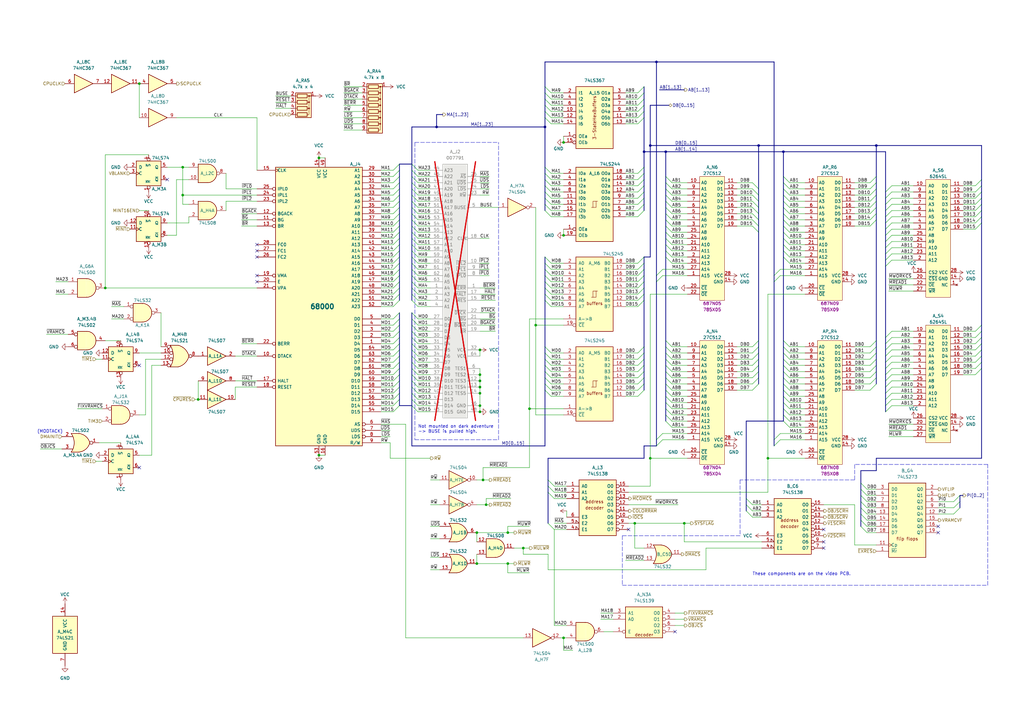
<source format=kicad_sch>
(kicad_sch (version 20231120) (generator "eeschema") (generator_version "8.0")
  (paper "A3")
  (title_block (title "Twin 16") (date "2024-09-08") (company "Konami GX687 / GX785") (comment 1 "Ulf Skutnabba, twitter: @skutis77"))
  (lib_symbols
    (symbol "74xx:74LS07" (pin_names (offset 1.016))
      (property "Reference" "U" (at 0 1.27 0))
      (property "Value" "74LS07" (at 0 -1.27 0))
      (symbol "74LS07_1_0"
        (pin input line (at -7.62 0 0) (length 3.81) (name "~") (number "1"))
        (pin open_collector line (at 7.62 0 180) (length 3.81) (name "~") (number "2"))
      )
      (symbol "74LS07_2_0"
        (pin input line (at -7.62 0 0) (length 3.81) (name "~") (number "3"))
        (pin open_collector line (at 7.62 0 180) (length 3.81) (name "~") (number "4"))
      )
      (symbol "74LS07_3_0"
        (pin input line (at -7.62 0 0) (length 3.81) (name "~") (number "5"))
        (pin open_collector line (at 7.62 0 180) (length 3.81) (name "~") (number "6"))
      )
      (symbol "74LS07_4_0"
        (pin open_collector line (at 7.62 0 180) (length 3.81) (name "~") (number "8"))
        (pin input line (at -7.62 0 0) (length 3.81) (name "~") (number "9"))
      )
      (symbol "74LS07_5_0"
        (pin open_collector line (at 7.62 0 180) (length 3.81) (name "~") (number "10"))
        (pin input line (at -7.62 0 0) (length 3.81) (name "~") (number "11"))
      )
      (symbol "74LS07_6_0"
        (pin open_collector line (at 7.62 0 180) (length 3.81) (name "~") (number "12"))
        (pin input line (at -7.62 0 0) (length 3.81) (name "~") (number "13"))
      )
      (symbol "74LS07_7_0"
        (pin power_in line (at 0 12.7 270) (length 5.08) (name "VCC") (number "14"))
        (pin power_in line (at 0 -12.7 90) (length 5.08) (name "GND") (number "7"))
      )
    )
    (symbol "74xx:74LS21" (pin_names (offset 1.016))
      (property "Reference" "U" (at 0 1.27 0))
      (property "Value" "74LS21" (at 0 -1.27 0))
      (symbol "74LS21_1_1"
        (pin input line (at -7.62 3.81 0) (length 3.81) (name "~") (number "1"))
        (pin input line (at -7.62 1.27 0) (length 3.81) (name "~") (number "2"))
        (pin input line (at -7.62 -1.27 0) (length 3.81) (name "~") (number "4"))
        (pin input line (at -7.62 -3.81 0) (length 3.81) (name "~") (number "5"))
        (pin output line (at 7.62 0 180) (length 3.81) (name "~") (number "6"))
      )
      (symbol "74LS21_1_2"
        (pin input inverted (at -7.62 3.81 0) (length 3.81) (name "~") (number "1"))
        (pin input inverted (at -7.62 1.27 0) (length 4.826) (name "~") (number "2"))
        (pin input inverted (at -7.62 -1.27 0) (length 4.826) (name "~") (number "4"))
        (pin input inverted (at -7.62 -3.81 0) (length 3.81) (name "~") (number "5"))
        (pin output inverted (at 7.62 0 180) (length 3.81) (name "~") (number "6"))
      )
      (symbol "74LS21_2_1"
        (pin input line (at -7.62 1.27 0) (length 3.81) (name "~") (number "10"))
        (pin input line (at -7.62 -1.27 0) (length 3.81) (name "~") (number "12"))
        (pin input line (at -7.62 -3.81 0) (length 3.81) (name "~") (number "13"))
        (pin output line (at 7.62 0 180) (length 3.81) (name "~") (number "8"))
        (pin input line (at -7.62 3.81 0) (length 3.81) (name "~") (number "9"))
      )
      (symbol "74LS21_2_2"
        (pin input inverted (at -7.62 1.27 0) (length 4.826) (name "~") (number "10"))
        (pin input inverted (at -7.62 -1.27 0) (length 4.826) (name "~") (number "12"))
        (pin input inverted (at -7.62 -3.81 0) (length 3.81) (name "~") (number "13"))
        (pin output inverted (at 7.62 0 180) (length 3.81) (name "~") (number "8"))
        (pin input inverted (at -7.62 3.81 0) (length 3.81) (name "~") (number "9"))
      )
      (symbol "74LS21_3_0"
        (pin power_in line (at 0 12.7 270) (length 5.08) (name "VCC") (number "14"))
        (pin power_in line (at 0 -12.7 90) (length 5.08) (name "GND") (number "7"))
      )
    )
    (symbol "CPU_NXP_68000:68000D" (pin_names (offset 0.762))
      (property "Reference" "U" (at 0 2.54 0))
      (property "Value" "68000D" (at 0 -3.81 0))
      (symbol "68000D_1_1"
        (pin bidirectional line (at 25.4 -15.24 180) (length 7.62) (name "D4") (number "1"))
        (pin input inverted (at -25.4 -20.32 0) (length 7.62) (name "DTACK") (number "10"))
        (pin output inverted (at -25.4 35.56 0) (length 7.62) (name "BG") (number "11"))
        (pin input inverted (at -25.4 38.1 0) (length 7.62) (name "BGACK") (number "12"))
        (pin input inverted (at -25.4 33.02 0) (length 7.62) (name "BR") (number "13"))
        (pin power_in line (at 0 60.96 270) (length 3.81) (name "VCC") (number "14"))
        (pin input clock (at -25.4 55.88 0) (length 7.62) (name "CLK") (number "15"))
        (pin power_in line (at 2.54 -60.96 90) (length 3.81) (name "GND") (number "16"))
        (pin bidirectional inverted (at -25.4 -30.48 0) (length 7.62) (name "HALT") (number "17"))
        (pin bidirectional inverted (at -25.4 -33.02 0) (length 7.62) (name "RESET") (number "18"))
        (pin output inverted (at -25.4 12.7 0) (length 7.62) (name "VMA") (number "19"))
        (pin bidirectional line (at 25.4 -12.7 180) (length 7.62) (name "D3") (number "2"))
        (pin output line (at -25.4 10.16 0) (length 7.62) (name "E") (number "20"))
        (pin input inverted (at -25.4 7.62 0) (length 7.62) (name "VPA") (number "21"))
        (pin input inverted (at -25.4 -15.24 0) (length 7.62) (name "BERR") (number "22"))
        (pin input inverted (at -25.4 43.18 0) (length 7.62) (name "IPL2") (number "23"))
        (pin input inverted (at -25.4 45.72 0) (length 7.62) (name "IPL1") (number "24"))
        (pin input inverted (at -25.4 48.26 0) (length 7.62) (name "IPL0") (number "25"))
        (pin output line (at -25.4 20.32 0) (length 7.62) (name "FC2") (number "26"))
        (pin output line (at -25.4 22.86 0) (length 7.62) (name "FC1") (number "27"))
        (pin output line (at -25.4 25.4 0) (length 7.62) (name "FC0") (number "28"))
        (pin output line (at 25.4 55.88 180) (length 7.62) (name "A1") (number "29"))
        (pin bidirectional line (at 25.4 -10.16 180) (length 7.62) (name "D2") (number "3"))
        (pin output line (at 25.4 53.34 180) (length 7.62) (name "A2") (number "30"))
        (pin output line (at 25.4 50.8 180) (length 7.62) (name "A3") (number "31"))
        (pin output line (at 25.4 48.26 180) (length 7.62) (name "A4") (number "32"))
        (pin output line (at 25.4 45.72 180) (length 7.62) (name "A5") (number "33"))
        (pin output line (at 25.4 43.18 180) (length 7.62) (name "A6") (number "34"))
        (pin output line (at 25.4 40.64 180) (length 7.62) (name "A7") (number "35"))
        (pin output line (at 25.4 38.1 180) (length 7.62) (name "A8") (number "36"))
        (pin output line (at 25.4 35.56 180) (length 7.62) (name "A9") (number "37"))
        (pin output line (at 25.4 33.02 180) (length 7.62) (name "A10") (number "38"))
        (pin output line (at 25.4 30.48 180) (length 7.62) (name "A11") (number "39"))
        (pin bidirectional line (at 25.4 -7.62 180) (length 7.62) (name "D1") (number "4"))
        (pin output line (at 25.4 27.94 180) (length 7.62) (name "A12") (number "40"))
        (pin output line (at 25.4 25.4 180) (length 7.62) (name "A13") (number "41"))
        (pin output line (at 25.4 22.86 180) (length 7.62) (name "A14") (number "42"))
        (pin output line (at 25.4 20.32 180) (length 7.62) (name "A15") (number "43"))
        (pin output line (at 25.4 17.78 180) (length 7.62) (name "A16") (number "44"))
        (pin output line (at 25.4 15.24 180) (length 7.62) (name "A17") (number "45"))
        (pin output line (at 25.4 12.7 180) (length 7.62) (name "A18") (number "46"))
        (pin output line (at 25.4 10.16 180) (length 7.62) (name "A19") (number "47"))
        (pin output line (at 25.4 7.62 180) (length 7.62) (name "A20") (number "48"))
        (pin power_in line (at 2.54 60.96 270) (length 3.81) (name "VCC") (number "49"))
        (pin bidirectional line (at 25.4 -5.08 180) (length 7.62) (name "D0") (number "5"))
        (pin output line (at 25.4 5.08 180) (length 7.62) (name "A21") (number "50"))
        (pin output line (at 25.4 2.54 180) (length 7.62) (name "A22") (number "51"))
        (pin output line (at 25.4 0 180) (length 7.62) (name "A23") (number "52"))
        (pin power_in line (at 0 -60.96 90) (length 3.81) (name "GND") (number "53"))
        (pin bidirectional line (at 25.4 -43.18 180) (length 7.62) (name "D15") (number "54"))
        (pin bidirectional line (at 25.4 -40.64 180) (length 7.62) (name "D14") (number "55"))
        (pin bidirectional line (at 25.4 -38.1 180) (length 7.62) (name "D13") (number "56"))
        (pin bidirectional line (at 25.4 -35.56 180) (length 7.62) (name "D12") (number "57"))
        (pin bidirectional line (at 25.4 -33.02 180) (length 7.62) (name "D11") (number "58"))
        (pin bidirectional line (at 25.4 -30.48 180) (length 7.62) (name "D10") (number "59"))
        (pin output inverted (at 25.4 -48.26 180) (length 7.62) (name "AS") (number "6"))
        (pin bidirectional line (at 25.4 -27.94 180) (length 7.62) (name "D9") (number "60"))
        (pin bidirectional line (at 25.4 -25.4 180) (length 7.62) (name "D8") (number "61"))
        (pin bidirectional line (at 25.4 -22.86 180) (length 7.62) (name "D7") (number "62"))
        (pin bidirectional line (at 25.4 -20.32 180) (length 7.62) (name "D6") (number "63"))
        (pin bidirectional line (at 25.4 -17.78 180) (length 7.62) (name "D5") (number "64"))
        (pin output inverted (at 25.4 -50.8 180) (length 7.62) (name "UDS") (number "7"))
        (pin output inverted (at 25.4 -53.34 180) (length 7.62) (name "LDS") (number "8"))
        (pin output line (at 25.4 -55.88 180) (length 7.62) (name "R/W") (number "9"))
      )
    )
    (symbol "Device:R_Network04" (pin_names (offset 0) hide)
      (property "Reference" "RN" (at -7.62 0 90))
      (property "Value" "R_Network04" (at 5.08 0 90))
      (symbol "R_Network04_1_1"
        (pin passive line (at -5.08 5.08 270) (length 2.54) (name "common") (number "1"))
        (pin passive line (at -5.08 -5.08 90) (length 1.27) (name "R1") (number "2"))
        (pin passive line (at -2.54 -5.08 90) (length 1.27) (name "R2") (number "3"))
        (pin passive line (at 0 -5.08 90) (length 1.27) (name "R3") (number "4"))
        (pin passive line (at 2.54 -5.08 90) (length 1.27) (name "R4") (number "5"))
      )
    )
    (symbol "Device:R_Network08" (pin_names (offset 0) hide)
      (property "Reference" "RN" (at -12.7 0 90))
      (property "Value" "R_Network08" (at 10.16 0 90))
      (symbol "R_Network08_1_1"
        (pin passive line (at -10.16 5.08 270) (length 2.54) (name "common") (number "1"))
        (pin passive line (at -10.16 -5.08 90) (length 1.27) (name "R1") (number "2"))
        (pin passive line (at -7.62 -5.08 90) (length 1.27) (name "R2") (number "3"))
        (pin passive line (at -5.08 -5.08 90) (length 1.27) (name "R3") (number "4"))
        (pin passive line (at -2.54 -5.08 90) (length 1.27) (name "R4") (number "5"))
        (pin passive line (at 0 -5.08 90) (length 1.27) (name "R5") (number "6"))
        (pin passive line (at 2.54 -5.08 90) (length 1.27) (name "R6") (number "7"))
        (pin passive line (at 5.08 -5.08 90) (length 1.27) (name "R7") (number "8"))
        (pin passive line (at 7.62 -5.08 90) (length 1.27) (name "R8") (number "9"))
      )
    )
    (symbol "jt74:74LS00" (pin_names (offset 1.016))
      (property "Reference" "U" (at 0 1.27 0))
      (property "Value" "74LS00" (at 0 -1.27 0))
      (symbol "74LS00_1_1"
        (pin input line (at -7.62 2.54 0) (length 3.81) (name "~") (number "1"))
        (pin input line (at -7.62 -2.54 0) (length 3.81) (name "~") (number "2"))
        (pin output inverted (at 7.62 0 180) (length 3.81) (name "~") (number "3"))
      )
      (symbol "74LS00_1_2"
        (pin input inverted (at -7.62 2.54 0) (length 4.318) (name "~") (number "1"))
        (pin input inverted (at -7.62 -2.54 0) (length 4.318) (name "~") (number "2"))
        (pin output line (at 7.62 0 180) (length 3.81) (name "~") (number "3"))
      )
      (symbol "74LS00_2_1"
        (pin input line (at -7.62 2.54 0) (length 3.81) (name "~") (number "4"))
        (pin input line (at -7.62 -2.54 0) (length 3.81) (name "~") (number "5"))
        (pin output inverted (at 7.62 0 180) (length 3.81) (name "~") (number "6"))
      )
      (symbol "74LS00_2_2"
        (pin input inverted (at -7.62 2.54 0) (length 4.318) (name "~") (number "4"))
        (pin input inverted (at -7.62 -2.54 0) (length 4.318) (name "~") (number "5"))
        (pin output line (at 7.62 0 180) (length 3.81) (name "~") (number "6"))
      )
      (symbol "74LS00_3_1"
        (pin input line (at -7.62 -2.54 0) (length 3.81) (name "~") (number "10"))
        (pin output inverted (at 7.62 0 180) (length 3.81) (name "~") (number "8"))
        (pin input line (at -7.62 2.54 0) (length 3.81) (name "~") (number "9"))
      )
      (symbol "74LS00_3_2"
        (pin input inverted (at -7.62 -2.54 0) (length 4.318) (name "~") (number "10"))
        (pin output line (at 7.62 0 180) (length 3.81) (name "~") (number "8"))
        (pin input inverted (at -7.62 2.54 0) (length 4.318) (name "~") (number "9"))
      )
      (symbol "74LS00_4_1"
        (pin output inverted (at 7.62 0 180) (length 3.81) (name "~") (number "11"))
        (pin input line (at -7.62 2.54 0) (length 3.81) (name "~") (number "12"))
        (pin input line (at -7.62 -2.54 0) (length 3.81) (name "~") (number "13"))
      )
      (symbol "74LS00_4_2"
        (pin output line (at 7.62 0 180) (length 3.81) (name "~") (number "11"))
        (pin input inverted (at -7.62 2.54 0) (length 4.318) (name "~") (number "12"))
        (pin input inverted (at -7.62 -2.54 0) (length 4.318) (name "~") (number "13"))
      )
      (symbol "74LS00_5_0"
        (pin power_in line (at 0 7.62 270) (length 5.08) hide (name "VCC") (number "14"))
        (pin power_in line (at 0 -7.62 90) (length 5.08) hide (name "VSS") (number "7"))
      )
    )
    (symbol "jt74:74LS02" (pin_names (offset 1.016))
      (property "Reference" "U" (at 0 1.27 0))
      (property "Value" "74LS02" (at 0 -1.27 0))
      (symbol "74LS02_1_1"
        (pin output inverted (at 7.62 0 180) (length 3.81) (name "~") (number "1"))
        (pin input line (at -7.62 2.54 0) (length 4.318) (name "~") (number "2"))
        (pin input line (at -7.62 -2.54 0) (length 4.318) (name "~") (number "3"))
      )
      (symbol "74LS02_1_2"
        (pin output line (at 7.62 0 180) (length 3.81) (name "~") (number "1"))
        (pin input inverted (at -7.62 2.54 0) (length 3.81) (name "~") (number "2"))
        (pin input inverted (at -7.62 -2.54 0) (length 3.81) (name "~") (number "3"))
      )
      (symbol "74LS02_2_1"
        (pin output inverted (at 7.62 0 180) (length 3.81) (name "~") (number "4"))
        (pin input line (at -7.62 2.54 0) (length 4.318) (name "~") (number "5"))
        (pin input line (at -7.62 -2.54 0) (length 4.318) (name "~") (number "6"))
      )
      (symbol "74LS02_2_2"
        (pin output line (at 7.62 0 180) (length 3.81) (name "~") (number "4"))
        (pin input inverted (at -7.62 2.54 0) (length 3.81) (name "~") (number "5"))
        (pin input inverted (at -7.62 -2.54 0) (length 3.81) (name "~") (number "6"))
      )
      (symbol "74LS02_3_1"
        (pin output inverted (at 7.62 0 180) (length 3.81) (name "~") (number "10"))
        (pin input line (at -7.62 2.54 0) (length 4.318) (name "~") (number "8"))
        (pin input line (at -7.62 -2.54 0) (length 4.318) (name "~") (number "9"))
      )
      (symbol "74LS02_3_2"
        (pin output line (at 7.62 0 180) (length 3.81) (name "~") (number "10"))
        (pin input inverted (at -7.62 2.54 0) (length 3.81) (name "~") (number "8"))
        (pin input inverted (at -7.62 -2.54 0) (length 3.81) (name "~") (number "9"))
      )
      (symbol "74LS02_4_1"
        (pin input line (at -7.62 2.54 0) (length 4.318) (name "~") (number "11"))
        (pin input line (at -7.62 -2.54 0) (length 4.318) (name "~") (number "12"))
        (pin output inverted (at 7.62 0 180) (length 3.81) (name "~") (number "13"))
      )
      (symbol "74LS02_4_2"
        (pin input inverted (at -7.62 2.54 0) (length 3.81) (name "~") (number "11"))
        (pin input inverted (at -7.62 -2.54 0) (length 3.81) (name "~") (number "12"))
        (pin output line (at 7.62 0 180) (length 3.81) (name "~") (number "13"))
      )
      (symbol "74LS02_5_0"
        (pin power_in line (at 0 7.62 270) (length 5.08) hide (name "VCC") (number "14"))
        (pin power_in line (at 0 -7.62 90) (length 5.08) hide (name "VSS") (number "7"))
      )
    )
    (symbol "jt74:74LS04" (pin_names (offset 1.016))
      (property "Reference" "U" (at 0 1.27 0))
      (property "Value" "74LS04" (at 0 -1.27 0))
      (symbol "74LS04_1_0"
        (pin input line (at -7.62 0 0) (length 3.81) (name "~") (number "1"))
        (pin output inverted (at 7.62 0 180) (length 3.81) (name "~") (number "2"))
      )
      (symbol "74LS04_2_0"
        (pin input line (at -7.62 0 0) (length 3.81) (name "~") (number "3"))
        (pin output inverted (at 7.62 0 180) (length 3.81) (name "~") (number "4"))
      )
      (symbol "74LS04_3_0"
        (pin input line (at -7.62 0 0) (length 3.81) (name "~") (number "5"))
        (pin output inverted (at 7.62 0 180) (length 3.81) (name "~") (number "6"))
      )
      (symbol "74LS04_4_0"
        (pin output inverted (at 7.62 0 180) (length 3.81) (name "~") (number "8"))
        (pin input line (at -7.62 0 0) (length 3.81) (name "~") (number "9"))
      )
      (symbol "74LS04_5_0"
        (pin output inverted (at 7.62 0 180) (length 3.81) (name "~") (number "10"))
        (pin input line (at -7.62 0 0) (length 3.81) (name "~") (number "11"))
      )
      (symbol "74LS04_6_0"
        (pin output inverted (at 7.62 0 180) (length 3.81) (name "~") (number "12"))
        (pin input line (at -7.62 0 0) (length 3.81) (name "~") (number "13"))
      )
      (symbol "74LS04_7_0"
        (pin power_in line (at 0 7.62 270) (length 5.08) hide (name "VCC") (number "14"))
        (pin power_in line (at 0 -7.62 90) (length 5.08) hide (name "VSS") (number "7"))
      )
    )
    (symbol "jt74:74LS08" (pin_names (offset 1.016))
      (property "Reference" "U" (at 0 1.27 0))
      (property "Value" "74LS08" (at 0 -1.27 0))
      (symbol "74LS08_1_1"
        (pin input line (at -7.62 2.54 0) (length 3.81) (name "~") (number "1"))
        (pin input line (at -7.62 -2.54 0) (length 3.81) (name "~") (number "2"))
        (pin output line (at 7.62 0 180) (length 3.81) (name "~") (number "3"))
      )
      (symbol "74LS08_1_2"
        (pin input inverted (at -7.62 2.54 0) (length 4.318) (name "~") (number "1"))
        (pin input inverted (at -7.62 -2.54 0) (length 4.318) (name "~") (number "2"))
        (pin output inverted (at 7.62 0 180) (length 3.81) (name "~") (number "3"))
      )
      (symbol "74LS08_2_1"
        (pin input line (at -7.62 2.54 0) (length 3.81) (name "~") (number "4"))
        (pin input line (at -7.62 -2.54 0) (length 3.81) (name "~") (number "5"))
        (pin output line (at 7.62 0 180) (length 3.81) (name "~") (number "6"))
      )
      (symbol "74LS08_2_2"
        (pin input inverted (at -7.62 2.54 0) (length 4.318) (name "~") (number "4"))
        (pin input inverted (at -7.62 -2.54 0) (length 4.318) (name "~") (number "5"))
        (pin output inverted (at 7.62 0 180) (length 3.81) (name "~") (number "6"))
      )
      (symbol "74LS08_3_1"
        (pin input line (at -7.62 -2.54 0) (length 3.81) (name "~") (number "10"))
        (pin output line (at 7.62 0 180) (length 3.81) (name "~") (number "8"))
        (pin input line (at -7.62 2.54 0) (length 3.81) (name "~") (number "9"))
      )
      (symbol "74LS08_3_2"
        (pin input inverted (at -7.62 -2.54 0) (length 4.318) (name "~") (number "10"))
        (pin output inverted (at 7.62 0 180) (length 3.81) (name "~") (number "8"))
        (pin input inverted (at -7.62 2.54 0) (length 4.318) (name "~") (number "9"))
      )
      (symbol "74LS08_4_1"
        (pin output line (at 7.62 0 180) (length 3.81) (name "~") (number "11"))
        (pin input line (at -7.62 2.54 0) (length 3.81) (name "~") (number "12"))
        (pin input line (at -7.62 -2.54 0) (length 3.81) (name "~") (number "13"))
      )
      (symbol "74LS08_4_2"
        (pin output inverted (at 7.62 0 180) (length 3.81) (name "~") (number "11"))
        (pin input inverted (at -7.62 2.54 0) (length 4.318) (name "~") (number "12"))
        (pin input inverted (at -7.62 -2.54 0) (length 4.318) (name "~") (number "13"))
      )
      (symbol "74LS08_5_0"
        (pin power_in line (at 0 7.62 270) (length 5.08) hide (name "VCC") (number "14"))
        (pin power_in line (at 0 -7.62 90) (length 5.08) hide (name "VSS") (number "7"))
      )
    )
    (symbol "jt74:74LS138" (pin_names (offset 1.016))
      (property "Reference" "U" (at 6.35 11.43 0))
      (property "Value" "74LS138" (at 3.81 -13.97 0))
      (symbol "74LS138_0_0"
        (text "address" (at -1.27 1.27 0) (effects (font (size 1.27 1.27))))
        (text "decoder" (at -1.27 -1.27 0) (effects (font (size 1.27 1.27))))
      )
      (symbol "74LS138_1_0"
        (pin input line (at -12.7 7.62 0) (length 5.08) (name "A0") (number "1"))
        (pin output inverted (at 12.7 -5.08 180) (length 5.08) (name "O5") (number "10"))
        (pin output inverted (at 12.7 -2.54 180) (length 5.08) (name "O4") (number "11"))
        (pin output inverted (at 12.7 0 180) (length 5.08) (name "O3") (number "12"))
        (pin output inverted (at 12.7 2.54 180) (length 5.08) (name "O2") (number "13"))
        (pin output inverted (at 12.7 5.08 180) (length 5.08) (name "O1") (number "14"))
        (pin output inverted (at 12.7 7.62 180) (length 5.08) (name "O0") (number "15"))
        (pin input line (at -12.7 5.08 0) (length 5.08) (name "A1") (number "2"))
        (pin input line (at -12.7 2.54 0) (length 5.08) (name "A2") (number "3"))
        (pin input input_low (at -12.7 -10.16 0) (length 5.08) (name "E1") (number "4"))
        (pin input input_low (at -12.7 -7.62 0) (length 5.08) (name "E2") (number "5"))
        (pin input line (at -12.7 -5.08 0) (length 5.08) (name "E3") (number "6"))
        (pin output inverted (at 12.7 -10.16 180) (length 5.08) (name "O7") (number "7"))
        (pin output inverted (at 12.7 -7.62 180) (length 5.08) (name "O6") (number "9"))
      )
    )
    (symbol "jt74:74LS139" (pin_names (offset 1.016))
      (property "Reference" "U" (at -7.62 8.89 0))
      (property "Value" "74LS139" (at -7.62 -8.89 0))
      (symbol "74LS139_0_0"
        (text "decoder" (at 0 -6.35 0) (effects (font (size 1.27 1.27))))
      )
      (symbol "74LS139_1_0"
        (pin input inverted (at -12.7 -5.08 0) (length 5.08) (name "E") (number "1"))
        (pin input line (at -12.7 0 0) (length 5.08) (name "A0") (number "2"))
        (pin input line (at -12.7 2.54 0) (length 5.08) (name "A1") (number "3"))
        (pin output inverted (at 12.7 2.54 180) (length 5.08) (name "O0") (number "4"))
        (pin output inverted (at 12.7 0 180) (length 5.08) (name "O1") (number "5"))
        (pin output inverted (at 12.7 -2.54 180) (length 5.08) (name "O2") (number "6"))
        (pin output inverted (at 12.7 -5.08 180) (length 5.08) (name "O3") (number "7"))
      )
      (symbol "74LS139_2_0"
        (pin output inverted (at 12.7 -2.54 180) (length 5.08) (name "O2") (number "10"))
        (pin output inverted (at 12.7 0 180) (length 5.08) (name "O1") (number "11"))
        (pin output inverted (at 12.7 2.54 180) (length 5.08) (name "O0") (number "12"))
        (pin input line (at -12.7 2.54 0) (length 5.08) (name "A1") (number "13"))
        (pin input line (at -12.7 0 0) (length 5.08) (name "A0") (number "14"))
        (pin input inverted (at -12.7 -5.08 0) (length 5.08) (name "E") (number "15"))
        (pin output inverted (at 12.7 -5.08 180) (length 5.08) (name "O3") (number "9"))
      )
      (symbol "74LS139_3_0"
        (pin power_in line (at 0 7.62 270) (length 5.08) hide (name "VCC") (number "16"))
        (pin power_in line (at 0 -7.62 90) (length 5.08) hide (name "VSS") (number "8"))
      )
    )
    (symbol "jt74:74LS244" (pin_names (offset 1.016))
      (property "Reference" "U" (at -7.62 16.51 0))
      (property "Value" "74LS244" (at -7.62 -16.51 0))
      (symbol "74LS244_1_0"
        (pin input inverted (at -12.7 -10.16 0) (length 5.08) (name "OEa") (number "1"))
        (pin power_in line (at 0 -15.24 90) (length 5.08) hide (name "VSS") (number "10"))
        (pin input line (at -12.7 2.54 0) (length 5.08) (name "I0b") (number "11"))
        (pin tri_state line (at 12.7 5.08 180) (length 5.08) (name "O3a") (number "12"))
        (pin input line (at -12.7 0 0) (length 5.08) (name "I1b") (number "13"))
        (pin tri_state line (at 12.7 7.62 180) (length 5.08) (name "O2a") (number "14"))
        (pin input line (at -12.7 -2.54 0) (length 5.08) (name "I2b") (number "15"))
        (pin tri_state line (at 12.7 10.16 180) (length 5.08) (name "O1a") (number "16"))
        (pin input line (at -12.7 -5.08 0) (length 5.08) (name "I3b") (number "17"))
        (pin tri_state line (at 12.7 12.7 180) (length 5.08) (name "O0a") (number "18"))
        (pin input line (at -12.7 -12.7 0) (length 5.08) (name "OEb") (number "19"))
        (pin input line (at -12.7 12.7 0) (length 5.08) (name "I0a") (number "2"))
        (pin power_in line (at 0 15.24 270) (length 5.08) hide (name "VCC") (number "20"))
        (pin tri_state line (at 12.7 -5.08 180) (length 5.08) (name "O3b") (number "3"))
        (pin input line (at -12.7 10.16 0) (length 5.08) (name "I1a") (number "4"))
        (pin tri_state line (at 12.7 -2.54 180) (length 5.08) (name "O2b") (number "5"))
        (pin input line (at -12.7 7.62 0) (length 5.08) (name "I2a") (number "6"))
        (pin tri_state line (at 12.7 0 180) (length 5.08) (name "O1b") (number "7"))
        (pin input line (at -12.7 5.08 0) (length 5.08) (name "I3a") (number "8"))
        (pin tri_state line (at 12.7 2.54 180) (length 5.08) (name "O0b") (number "9"))
      )
    )
    (symbol "jt74:74LS245" (pin_names (offset 1.016))
      (property "Reference" "U" (at -7.62 16.51 0))
      (property "Value" "74LS245" (at 2.54 -13.97 0))
      (symbol "74LS245_0_0"
        (text "buffers" (at 0 -3.81 0) (effects (font (size 1.27 1.27))))
      )
      (symbol "74LS245_1_0"
        (pin input line (at -12.7 -10.16 0) (length 5.08) (name "A->B") (number "1"))
        (pin tri_state line (at 12.7 -5.08 180) (length 5.08) (name "B7") (number "11"))
        (pin tri_state line (at 12.7 -2.54 180) (length 5.08) (name "B6") (number "12"))
        (pin tri_state line (at 12.7 0 180) (length 5.08) (name "B5") (number "13"))
        (pin tri_state line (at 12.7 2.54 180) (length 5.08) (name "B4") (number "14"))
        (pin tri_state line (at 12.7 5.08 180) (length 5.08) (name "B3") (number "15"))
        (pin tri_state line (at 12.7 7.62 180) (length 5.08) (name "B2") (number "16"))
        (pin tri_state line (at 12.7 10.16 180) (length 5.08) (name "B1") (number "17"))
        (pin tri_state line (at 12.7 12.7 180) (length 5.08) (name "B0") (number "18"))
        (pin input inverted (at -12.7 -12.7 0) (length 5.08) (name "~{CE}") (number "19"))
        (pin tri_state line (at -12.7 12.7 0) (length 5.08) (name "A0") (number "2"))
        (pin tri_state line (at -12.7 10.16 0) (length 5.08) (name "A1") (number "3"))
        (pin tri_state line (at -12.7 7.62 0) (length 5.08) (name "A2") (number "4"))
        (pin tri_state line (at -12.7 5.08 0) (length 5.08) (name "A3") (number "5"))
        (pin tri_state line (at -12.7 2.54 0) (length 5.08) (name "A4") (number "6"))
        (pin tri_state line (at -12.7 0 0) (length 5.08) (name "A5") (number "7"))
        (pin tri_state line (at -12.7 -2.54 0) (length 5.08) (name "A6") (number "8"))
        (pin tri_state line (at -12.7 -5.08 0) (length 5.08) (name "A7") (number "9"))
      )
    )
    (symbol "jt74:74LS273" (pin_names (offset 1.016))
      (property "Reference" "U" (at 0 2.54 0))
      (property "Value" "74LS273" (at 2.54 -13.97 0))
      (symbol "74LS273_0_0"
        (text "flip flops" (at 0 -7.62 0) (effects (font (size 1.27 1.27))))
      )
      (symbol "74LS273_1_0"
        (pin input line (at -12.7 -12.7 0) (length 5.08) (name "~{Mr}") (number "1"))
        (pin input clock (at -12.7 -10.16 0) (length 5.08) (name "Cp") (number "11"))
        (pin output line (at 12.7 2.54 180) (length 5.08) (name "Q4") (number "12"))
        (pin input line (at -12.7 2.54 0) (length 5.08) (name "D4") (number "13"))
        (pin input line (at -12.7 0 0) (length 5.08) (name "D5") (number "14"))
        (pin output line (at 12.7 0 180) (length 5.08) (name "Q5") (number "15"))
        (pin output line (at 12.7 -2.54 180) (length 5.08) (name "Q6") (number "16"))
        (pin input line (at -12.7 -2.54 0) (length 5.08) (name "D6") (number "17"))
        (pin input line (at -12.7 -5.08 0) (length 5.08) (name "D7") (number "18"))
        (pin output line (at 12.7 -5.08 180) (length 5.08) (name "Q7") (number "19"))
        (pin output line (at 12.7 12.7 180) (length 5.08) (name "Q0") (number "2"))
        (pin input line (at -12.7 12.7 0) (length 5.08) (name "D0") (number "3"))
        (pin input line (at -12.7 10.16 0) (length 5.08) (name "D1") (number "4"))
        (pin output line (at 12.7 10.16 180) (length 5.08) (name "Q1") (number "5"))
        (pin output line (at 12.7 7.62 180) (length 5.08) (name "Q2") (number "6"))
        (pin input line (at -12.7 7.62 0) (length 5.08) (name "D2") (number "7"))
        (pin input line (at -12.7 5.08 0) (length 5.08) (name "D3") (number "8"))
        (pin output line (at 12.7 5.08 180) (length 5.08) (name "Q3") (number "9"))
      )
    )
    (symbol "jt74:74LS32" (pin_names (offset 1.016))
      (property "Reference" "U" (at 0 1.27 0))
      (property "Value" "74LS32" (at 0 -1.27 0))
      (symbol "74LS32_1_1"
        (pin input line (at -7.62 2.54 0) (length 4.318) (name "~") (number "1"))
        (pin input line (at -7.62 -2.54 0) (length 4.318) (name "~") (number "2"))
        (pin output line (at 7.62 0 180) (length 3.81) (name "~") (number "3"))
      )
      (symbol "74LS32_1_2"
        (pin input inverted (at -7.62 2.54 0) (length 3.81) (name "~") (number "1"))
        (pin input inverted (at -7.62 -2.54 0) (length 3.81) (name "~") (number "2"))
        (pin output inverted (at 7.62 0 180) (length 3.81) (name "~") (number "3"))
      )
      (symbol "74LS32_2_1"
        (pin input line (at -7.62 2.54 0) (length 4.318) (name "~") (number "4"))
        (pin input line (at -7.62 -2.54 0) (length 4.318) (name "~") (number "5"))
        (pin output line (at 7.62 0 180) (length 3.81) (name "~") (number "6"))
      )
      (symbol "74LS32_2_2"
        (pin input inverted (at -7.62 2.54 0) (length 3.81) (name "~") (number "4"))
        (pin input inverted (at -7.62 -2.54 0) (length 3.81) (name "~") (number "5"))
        (pin output inverted (at 7.62 0 180) (length 3.81) (name "~") (number "6"))
      )
      (symbol "74LS32_3_1"
        (pin input line (at -7.62 -2.54 0) (length 4.318) (name "~") (number "10"))
        (pin output line (at 7.62 0 180) (length 3.81) (name "~") (number "8"))
        (pin input line (at -7.62 2.54 0) (length 4.318) (name "~") (number "9"))
      )
      (symbol "74LS32_3_2"
        (pin input inverted (at -7.62 -2.54 0) (length 3.81) (name "~") (number "10"))
        (pin output inverted (at 7.62 0 180) (length 3.81) (name "~") (number "8"))
        (pin input inverted (at -7.62 2.54 0) (length 3.81) (name "~") (number "9"))
      )
      (symbol "74LS32_4_1"
        (pin output line (at 7.62 0 180) (length 3.81) (name "~") (number "11"))
        (pin input line (at -7.62 2.54 0) (length 4.318) (name "~") (number "12"))
        (pin input line (at -7.62 -2.54 0) (length 4.318) (name "~") (number "13"))
      )
      (symbol "74LS32_4_2"
        (pin output inverted (at 7.62 0 180) (length 3.81) (name "~") (number "11"))
        (pin input inverted (at -7.62 2.54 0) (length 3.81) (name "~") (number "12"))
        (pin input inverted (at -7.62 -2.54 0) (length 3.81) (name "~") (number "13"))
      )
      (symbol "74LS32_5_0"
        (pin power_in line (at 0 7.62 270) (length 5.08) hide (name "VCC") (number "14"))
        (pin power_in line (at 0 -7.62 90) (length 5.08) hide (name "VSS") (number "7"))
      )
    )
    (symbol "jt74:74LS367" (pin_names (offset 1.016))
      (property "Reference" "U" (at -7.62 13.97 0))
      (property "Value" "74LS367" (at -7.62 -13.97 0))
      (symbol "74LS367_0_0"
        (text "3-StateHexBuffers" (at 0 0 900) (effects (font (size 1.27 1.27))))
      )
      (symbol "74LS367_1_0"
        (pin input inverted (at -12.7 -7.62 0) (length 5.08) (name "OEa") (number "1"))
        (pin input line (at -12.7 2.54 0) (length 5.08) (name "I4") (number "10"))
        (pin tri_state line (at 12.7 0 180) (length 5.08) (name "O5b") (number "11"))
        (pin input line (at -12.7 0 0) (length 5.08) (name "I5") (number "12"))
        (pin tri_state line (at 12.7 -2.54 180) (length 5.08) (name "O6b") (number "13"))
        (pin input line (at -12.7 -2.54 0) (length 5.08) (name "I6") (number "14"))
        (pin input inverted (at -12.7 -10.16 0) (length 5.08) (name "OEb") (number "15"))
        (pin input line (at -12.7 10.16 0) (length 5.08) (name "I1") (number "2"))
        (pin tri_state line (at 12.7 10.16 180) (length 5.08) (name "O1a") (number "3"))
        (pin input line (at -12.7 7.62 0) (length 5.08) (name "I2") (number "4"))
        (pin tri_state line (at 12.7 7.62 180) (length 5.08) (name "O2a") (number "5"))
        (pin input line (at -12.7 5.08 0) (length 5.08) (name "I3") (number "6"))
        (pin tri_state line (at 12.7 5.08 180) (length 5.08) (name "O3a") (number "7"))
        (pin tri_state line (at 12.7 2.54 180) (length 5.08) (name "O4a") (number "9"))
      )
      (symbol "74LS367_1_1"
        (pin power_in line (at 0 12.7 270) (length 2.54) hide (name "VCC") (number "16"))
        (pin power_in line (at 0 -12.7 90) (length 2.54) hide (name "VSS") (number "8"))
      )
    )
    (symbol "jt74:74LS367_Split"
      (property "Reference" "U" (at 0 7.62 0))
      (property "Value" "74LS367_Split" (at 0 5.08 0))
      (symbol "74LS367_Split_1_0"
        (pin input inverted (at 0 -6.35 90) (length 4.318) (name "~") (number "1"))
        (pin input line (at -7.62 0 0) (length 3.81) (name "~") (number "2"))
        (pin tri_state line (at 7.62 0 180) (length 3.81) (name "~") (number "3"))
      )
      (symbol "74LS367_Split_2_0"
        (pin input line (at -7.62 0 0) (length 3.81) (name "~") (number "4"))
        (pin tri_state line (at 7.62 0 180) (length 3.81) (name "~") (number "5"))
      )
      (symbol "74LS367_Split_3_0"
        (pin input line (at -7.62 0 0) (length 3.81) (name "~") (number "6"))
        (pin tri_state line (at 7.62 0 180) (length 3.81) (name "~") (number "7"))
      )
      (symbol "74LS367_Split_4_0"
        (pin input line (at -7.62 0 0) (length 3.81) (name "~") (number "10"))
        (pin tri_state line (at 7.62 0 180) (length 3.81) (name "~") (number "9"))
      )
      (symbol "74LS367_Split_5_0"
        (pin tri_state line (at 7.62 0 180) (length 3.81) (name "~") (number "11"))
        (pin input line (at -7.62 0 0) (length 3.81) (name "~") (number "12"))
      )
      (symbol "74LS367_Split_6_0"
        (pin tri_state line (at 7.62 0 180) (length 3.81) (name "~") (number "13"))
        (pin input line (at -7.62 0 0) (length 3.81) (name "~") (number "14"))
        (pin input inverted (at 0 -6.35 90) (length 4.318) (name "~") (number "15"))
      )
      (symbol "74LS367_Split_7_0"
        (pin power_in line (at 0 12.7 270) (length 5.08) (name "VCC") (number "14"))
        (pin power_in line (at 0 -12.7 90) (length 5.08) (name "GND") (number "7"))
      )
    )
    (symbol "jt74:74LS74" (pin_names (offset 1.016))
      (property "Reference" "U" (at 0 1.27 0))
      (property "Value" "74LS74" (at 0 -1.27 0))
      (symbol "74LS74_0_1"
        (text "+" (at 0 6.35 0) (effects (font (size 1.27 1.27))))
      )
      (symbol "74LS74_1_0"
        (pin input inverted (at 0 -7.62 90) (length 2.54) (name "~{R}") (number "1"))
        (pin input line (at -7.62 2.54 0) (length 2.54) (name "D") (number "2"))
        (pin input clock (at -7.62 0 0) (length 2.54) (name "C") (number "3"))
        (pin input inverted (at 0 7.62 270) (length 2.54) (name "~{S}") (number "4"))
        (pin output line (at 7.62 2.54 180) (length 2.54) (name "Q") (number "5"))
        (pin output line (at 7.62 -2.54 180) (length 2.54) (name "~{Q}") (number "6"))
      )
      (symbol "74LS74_2_0"
        (pin input clock (at -7.62 0 0) (length 2.54) (name "C") (number "11"))
        (pin input line (at -7.62 2.54 0) (length 2.54) (name "D") (number "12"))
        (pin input inverted (at 0 -7.62 90) (length 2.54) (name "~{R}") (number "13"))
        (pin output inverted (at 7.62 -2.54 180) (length 2.54) (name "~{Q}") (number "8"))
        (pin output line (at 7.62 2.54 180) (length 2.54) (name "Q") (number "9"))
      )
      (symbol "74LS74_2_1"
        (pin input inverted (at 0 7.62 270) (length 2.54) (name "~{S}") (number "10"))
      )
      (symbol "74LS74_3_0"
        (pin power_in line (at 0 7.62 270) (length 2.54) hide (name "VCC") (number "14"))
        (pin power_in line (at 0 -7.62 90) (length 2.54) hide (name "GND") (number "7"))
      )
    )
    (symbol "jt_ram:SRAM8K8B" (pin_names (offset 1.016))
      (property "Reference" "U" (at 0 27.94 0))
      (property "Value" "SRAM8K8B" (at 0 25.4 0))
      (symbol "SRAM8K8B_1_1"
        (pin no_connect line (at 7.62 -19.05 180) (length 2.54) (name "NC") (number "1"))
        (pin input line (at -10.16 21.59 0) (length 5.08) (name "A0") (number "10"))
        (pin input line (at 10.16 21.59 180) (length 5.08) (name "D0") (number "11"))
        (pin input line (at 10.16 19.05 180) (length 5.08) (name "D1") (number "12"))
        (pin input line (at 10.16 16.51 180) (length 5.08) (name "D2") (number "13"))
        (pin power_in line (at 7.62 -16.51 180) (length 2.54) (name "GND") (number "14"))
        (pin input line (at 10.16 13.97 180) (length 5.08) (name "D3") (number "15"))
        (pin input line (at 10.16 11.43 180) (length 5.08) (name "D4") (number "16"))
        (pin input line (at 10.16 8.89 180) (length 5.08) (name "D5") (number "17"))
        (pin input line (at 10.16 6.35 180) (length 5.08) (name "D6") (number "18"))
        (pin input line (at 10.16 3.81 180) (length 5.08) (name "D7") (number "19"))
        (pin input line (at -10.16 -8.89 0) (length 5.08) (name "A12") (number "2"))
        (pin input line (at -10.16 -16.51 0) (length 5.08) (name "~{CS1}") (number "20"))
        (pin input line (at -10.16 -3.81 0) (length 5.08) (name "A10") (number "21"))
        (pin input line (at -10.16 -19.05 0) (length 5.08) (name "~{OE}") (number "22"))
        (pin input line (at -10.16 -6.35 0) (length 5.08) (name "A11") (number "23"))
        (pin input line (at -10.16 -1.27 0) (length 5.08) (name "A9") (number "24"))
        (pin input line (at -10.16 1.27 0) (length 5.08) (name "A8") (number "25"))
        (pin input line (at -10.16 -13.97 0) (length 5.08) (name "CS2") (number "26"))
        (pin input line (at -10.16 -21.59 0) (length 5.08) (name "~{WR}") (number "27"))
        (pin power_in line (at 7.62 -13.97 180) (length 2.54) (name "VCC") (number "28"))
        (pin input line (at -10.16 3.81 0) (length 5.08) (name "A7") (number "3"))
        (pin input line (at -10.16 6.35 0) (length 5.08) (name "A6") (number "4"))
        (pin input line (at -10.16 8.89 0) (length 5.08) (name "A5") (number "5"))
        (pin input line (at -10.16 11.43 0) (length 5.08) (name "A4") (number "6"))
        (pin input line (at -10.16 13.97 0) (length 5.08) (name "A3") (number "7"))
        (pin input line (at -10.16 16.51 0) (length 5.08) (name "A2") (number "8"))
        (pin input line (at -10.16 19.05 0) (length 5.08) (name "A1") (number "9"))
      )
    )
    (symbol "jt_rom:27C512"
      (property "Reference" "U" (at 0 30.48 0))
      (property "Value" "27C512" (at 0 27.94 0))
      (symbol "27C512_1_1"
        (pin input line (at -10.16 -15.24 0) (length 5.08) (name "A15") (number "1"))
        (pin input line (at -10.16 22.86 0) (length 5.08) (name "A0") (number "10"))
        (pin tri_state line (at 10.16 22.86 180) (length 5.08) (name "D0") (number "11"))
        (pin tri_state line (at 10.16 20.32 180) (length 5.08) (name "D1") (number "12"))
        (pin tri_state line (at 10.16 17.78 180) (length 5.08) (name "D2") (number "13"))
        (pin power_in line (at 7.62 -17.78 180) (length 2.54) (name "GND") (number "14"))
        (pin tri_state line (at 10.16 15.24 180) (length 5.08) (name "D3") (number "15"))
        (pin tri_state line (at 10.16 12.7 180) (length 5.08) (name "D4") (number "16"))
        (pin tri_state line (at 10.16 10.16 180) (length 5.08) (name "D5") (number "17"))
        (pin tri_state line (at 10.16 7.62 180) (length 5.08) (name "D6") (number "18"))
        (pin tri_state line (at 10.16 5.08 180) (length 5.08) (name "D7") (number "19"))
        (pin input line (at -10.16 -7.62 0) (length 5.08) (name "A12") (number "2"))
        (pin input line (at -10.16 -20.32 0) (length 5.08) (name "~{CE}") (number "20"))
        (pin input line (at -10.16 -2.54 0) (length 5.08) (name "A10") (number "21"))
        (pin input line (at -10.16 -22.86 0) (length 5.08) (name "~{OE}") (number "22"))
        (pin input line (at -10.16 -5.08 0) (length 5.08) (name "A11") (number "23"))
        (pin input line (at -10.16 0 0) (length 5.08) (name "A9") (number "24"))
        (pin input line (at -10.16 2.54 0) (length 5.08) (name "A8") (number "25"))
        (pin input line (at -10.16 -10.16 0) (length 5.08) (name "A13") (number "26"))
        (pin input line (at -10.16 -12.7 0) (length 5.08) (name "A14") (number "27"))
        (pin power_in line (at 7.62 -15.24 180) (length 2.54) (name "VCC") (number "28"))
        (pin input line (at -10.16 5.08 0) (length 5.08) (name "A7") (number "3"))
        (pin input line (at -10.16 7.62 0) (length 5.08) (name "A6") (number "4"))
        (pin input line (at -10.16 10.16 0) (length 5.08) (name "A5") (number "5"))
        (pin input line (at -10.16 12.7 0) (length 5.08) (name "A4") (number "6"))
        (pin input line (at -10.16 15.24 0) (length 5.08) (name "A3") (number "7"))
        (pin input line (at -10.16 17.78 0) (length 5.08) (name "A2") (number "8"))
        (pin input line (at -10.16 20.32 0) (length 5.08) (name "A1") (number "9"))
      )
    )
    (symbol "konami:007791"
      (property "Reference" "U" (at 0 57.15 0))
      (property "Value" "007791" (at 0 54.61 0))
      (symbol "007791_1_1"
        (pin input line (at -10.16 2.54 0) (length 5.08) (name "A4") (number "1"))
        (pin input line (at 10.16 2.54 180) (length 5.08) (name "~{BERR}") (number "1"))
        (pin input line (at 10.16 12.7 180) (length 5.08) (name "~{IPL2}") (number "10"))
        (pin input line (at 10.16 -35.56 180) (length 5.08) (name "TES3") (number "12"))
        (pin input line (at 10.16 -38.1 180) (length 5.08) (name "TES4") (number "13"))
        (pin input line (at 10.16 -40.64 180) (length 5.08) (name "TES5") (number "14"))
        (pin input line (at 10.16 -2.54 180) (length 5.08) (name "~{RES}") (number "15"))
        (pin power_in line (at 10.16 -45.72 180) (length 5.08) (name "GND") (number "16"))
        (pin input line (at 10.16 0 180) (length 5.08) (name "~{HALT}") (number "17"))
        (pin input clock (at 10.16 22.86 180) (length 5.08) (name "CLK") (number "18"))
        (pin input line (at 10.16 -15.24 180) (length 5.08) (name "~{BR}") (number "19"))
        (pin input line (at -10.16 0 0) (length 5.08) (name "A3") (number "2"))
        (pin input line (at 10.16 -12.7 180) (length 5.08) (name "~{BGAK}") (number "20"))
        (pin input line (at 10.16 -10.16 180) (length 5.08) (name "~{BG}") (number "21"))
        (pin input line (at 10.16 -7.62 180) (length 5.08) (name "~{DTCK}") (number "22"))
        (pin input line (at 10.16 40.64 180) (length 5.08) (name "R~{W}") (number "23"))
        (pin input line (at 10.16 43.18 180) (length 5.08) (name "~{LDS}") (number "24"))
        (pin input line (at 10.16 45.72 180) (length 5.08) (name "~{UDS}") (number "25"))
        (pin input line (at 10.16 48.26 180) (length 5.08) (name "~{AS}") (number "26"))
        (pin input line (at -10.16 -10.16 0) (length 5.08) (name "D0") (number "27"))
        (pin input line (at -10.16 -12.7 0) (length 5.08) (name "D1") (number "28"))
        (pin input line (at -10.16 -15.24 0) (length 5.08) (name "D2") (number "29"))
        (pin input line (at -10.16 -2.54 0) (length 5.08) (name "A2") (number "3"))
        (pin input line (at -10.16 -17.78 0) (length 5.08) (name "D3") (number "30"))
        (pin input line (at -10.16 -20.32 0) (length 5.08) (name "D4") (number "31"))
        (pin power_in line (at 10.16 -22.86 180) (length 5.08) (name "VCC") (number "32"))
        (pin input line (at -10.16 -22.86 0) (length 5.08) (name "D5") (number "33"))
        (pin input line (at -10.16 -25.4 0) (length 5.08) (name "D6") (number "34"))
        (pin input line (at -10.16 -27.94 0) (length 5.08) (name "D7") (number "35"))
        (pin input line (at -10.16 -30.48 0) (length 5.08) (name "D8") (number "36"))
        (pin input line (at -10.16 -33.02 0) (length 5.08) (name "D9") (number "37"))
        (pin input line (at -10.16 -35.56 0) (length 5.08) (name "D10") (number "38"))
        (pin input line (at -10.16 -38.1 0) (length 5.08) (name "D11") (number "39"))
        (pin input line (at -10.16 -5.08 0) (length 5.08) (name "A1") (number "4"))
        (pin input line (at -10.16 -40.64 0) (length 5.08) (name "D12") (number "40"))
        (pin input line (at -10.16 -43.18 0) (length 5.08) (name "D13") (number "41"))
        (pin input line (at -10.16 -45.72 0) (length 5.08) (name "D14") (number "42"))
        (pin input line (at -10.16 -48.26 0) (length 5.08) (name "D15") (number "43"))
        (pin input line (at -10.16 50.8 0) (length 5.08) (name "A23") (number "44"))
        (pin input line (at -10.16 48.26 0) (length 5.08) (name "A22") (number "45"))
        (pin input line (at -10.16 45.72 0) (length 5.08) (name "A21") (number "46"))
        (pin input line (at -10.16 43.18 0) (length 5.08) (name "A20") (number "47"))
        (pin power_in line (at 10.16 -48.26 180) (length 5.08) (name "GND") (number "48"))
        (pin input line (at -10.16 40.64 0) (length 5.08) (name "A19") (number "49"))
        (pin tri_state line (at 10.16 35.56 180) (length 5.08) (name "BUSE") (number "5"))
        (pin input line (at -10.16 38.1 0) (length 5.08) (name "A18") (number "50"))
        (pin input line (at -10.16 35.56 0) (length 5.08) (name "A17") (number "51"))
        (pin input line (at -10.16 33.02 0) (length 5.08) (name "A16") (number "52"))
        (pin input line (at -10.16 30.48 0) (length 5.08) (name "A15") (number "53"))
        (pin input line (at -10.16 27.94 0) (length 5.08) (name "A14") (number "54"))
        (pin input line (at -10.16 25.4 0) (length 5.08) (name "A13") (number "55"))
        (pin input line (at -10.16 22.86 0) (length 5.08) (name "A12") (number "56"))
        (pin input line (at -10.16 20.32 0) (length 5.08) (name "A11") (number "57"))
        (pin input line (at -10.16 17.78 0) (length 5.08) (name "A10") (number "58"))
        (pin input line (at -10.16 15.24 0) (length 5.08) (name "A9") (number "59"))
        (pin input line (at 10.16 -30.48 180) (length 5.08) (name "TES1") (number "6"))
        (pin input line (at -10.16 12.7 0) (length 5.08) (name "A8") (number "60"))
        (pin input line (at -10.16 10.16 0) (length 5.08) (name "A7") (number "61"))
        (pin input line (at -10.16 7.62 0) (length 5.08) (name "A6") (number "62"))
        (pin input line (at -10.16 5.08 0) (length 5.08) (name "A5") (number "63"))
        (pin power_in line (at 10.16 -25.4 180) (length 5.08) (name "VCC") (number "64"))
        (pin input line (at 10.16 -33.02 180) (length 5.08) (name "TES2") (number "7"))
        (pin input line (at 10.16 7.62 180) (length 5.08) (name "~{IPL0}") (number "8"))
        (pin input line (at 10.16 10.16 180) (length 5.08) (name "~{IPL1}") (number "9"))
      )
    )
    (symbol "power:GND" (power) (pin_names (offset 0))
      (property "Value" "GND" (at 0 -3.81 0))
      (symbol "GND_1_1"
        (pin power_in line (at 0 0 270) (length 0) hide (name "GND") (number "1"))
      )
    )
    (symbol "power:VCC" (power) (pin_names (offset 0))
      (property "Value" "VCC" (at 0 3.81 0))
      (symbol "VCC_1_1"
        (pin power_in line (at 0 0 90) (length 0) hide (name "VCC") (number "1"))
      )
    )
  )
  (junction (at 217.17 167.64))
  (junction (at 269.24 25.4))
  (junction (at 273.05 62.23))
  (junction (at 264.16 62.23))
  (junction (at 311.15 59.69))
  (junction (at 196.85 168.91))
  (junction (at 130.81 64.77))
  (junction (at 266.7 59.69))
  (junction (at 196.85 158.75))
  (junction (at 81.28 163.83))
  (junction (at 196.85 153.67))
  (junction (at 219.71 133.35))
  (junction (at 314.96 187.96))
  (junction (at 280.67 214.63))
  (junction (at 196.85 143.51))
  (junction (at 130.81 186.69))
  (junction (at 260.35 214.63))
  (junction (at 231.14 58.42))
  (junction (at 195.58 218.44))
  (junction (at 208.28 218.44))
  (junction (at 196.85 156.21))
  (junction (at 74.93 80.01))
  (junction (at 214.63 224.79))
  (junction (at 198.12 196.85))
  (junction (at 231.14 261.62))
  (junction (at 196.85 161.29))
  (junction (at 359.41 59.69))
  (junction (at 179.07 52.07))
  (junction (at 195.58 231.14))
  (junction (at 196.85 166.37))
  (junction (at 57.15 34.29))
  (junction (at 74.93 68.58))
  (junction (at 208.28 231.14))
  (junction (at 321.31 62.23))
  (junction (at 199.39 207.01))
  (junction (at 266.7 187.96))
  (junction (at 43.18 118.11))
  (junction (at 223.52 52.07))
  (junction (at 231.14 96.52))
  (no_connect (at 105.41 105.41))
  (no_connect (at 384.81 215.9))
  (no_connect (at 384.81 218.44))
  (no_connect (at 337.82 224.79))
  (no_connect (at 337.82 222.25))
  (no_connect (at 337.82 217.17))
  (no_connect (at 105.41 102.87))
  (no_connect (at 105.41 100.33))
  (no_connect (at 57.15 149.86))
  (no_connect (at 57.15 191.77))
  (no_connect (at 105.41 113.03))
  (no_connect (at 68.58 73.66))
  (no_connect (at 105.41 115.57))
  (no_connect (at 276.86 259.08))
  (no_connect (at 257.81 217.17))
  (bus_entry (at 161.29 87.63) (size 2.54 -2.54))
  (bus_entry (at 261.62 107.95) (size 2.54 -2.54))
  (bus_entry (at 223.52 142.24) (size 2.54 2.54))
  (bus_entry (at 223.52 35.56) (size 2.54 2.54))
  (bus_entry (at 161.29 90.17) (size 2.54 -2.54))
  (bus_entry (at 321.31 157.48) (size 2.54 2.54))
  (bus_entry (at 161.29 82.55) (size 2.54 -2.54))
  (bus_entry (at 356.87 154.94) (size 2.54 -2.54))
  (bus_entry (at 273.05 100.33) (size 2.54 2.54))
  (bus_entry (at 363.22 138.43) (size 2.54 -2.54))
  (bus_entry (at 224.79 214.63) (size 2.54 2.54))
  (bus_entry (at 400.05 83.82) (size 2.54 -2.54))
  (bus_entry (at 363.22 148.59) (size 2.54 -2.54))
  (bus_entry (at 223.52 147.32) (size 2.54 2.54))
  (bus_entry (at 321.31 162.56) (size 2.54 2.54))
  (bus_entry (at 273.05 77.47) (size 2.54 2.54))
  (bus_entry (at 223.52 157.48) (size 2.54 2.54))
  (bus_entry (at 356.87 74.93) (size 2.54 -2.54))
  (bus_entry (at 273.05 170.18) (size 2.54 2.54))
  (bus_entry (at 261.62 125.73) (size 2.54 -2.54))
  (bus_entry (at 363.22 78.74) (size 2.54 -2.54))
  (bus_entry (at 353.06 210.82) (size 2.54 2.54))
  (bus_entry (at 363.22 83.82) (size 2.54 -2.54))
  (bus_entry (at 273.05 167.64) (size 2.54 2.54))
  (bus_entry (at 161.29 151.13) (size 2.54 -2.54))
  (bus_entry (at 161.29 140.97) (size 2.54 -2.54))
  (bus_entry (at 161.29 156.21) (size 2.54 -2.54))
  (bus_entry (at 273.05 152.4) (size 2.54 2.54))
  (bus_entry (at 273.05 154.94) (size 2.54 2.54))
  (bus_entry (at 321.31 144.78) (size 2.54 2.54))
  (bus_entry (at 223.52 120.65) (size 2.54 2.54))
  (bus_entry (at 321.31 87.63) (size 2.54 2.54))
  (bus_entry (at 317.5 115.57) (size 2.54 -2.54))
  (bus_entry (at 321.31 92.71) (size 2.54 2.54))
  (bus_entry (at 321.31 172.72) (size 2.54 2.54))
  (bus_entry (at 353.06 208.28) (size 2.54 2.54))
  (bus_entry (at 223.52 118.11) (size 2.54 2.54))
  (bus_entry (at 223.52 107.95) (size 2.54 2.54))
  (bus_entry (at 269.24 182.88) (size 2.54 -2.54))
  (bus_entry (at 168.91 115.57) (size 2.54 2.54))
  (bus_entry (at 273.05 80.01) (size 2.54 2.54))
  (bus_entry (at 353.06 203.2) (size 2.54 2.54))
  (bus_entry (at 161.29 163.83) (size 2.54 -2.54))
  (bus_entry (at 356.87 90.17) (size 2.54 -2.54))
  (bus_entry (at 168.91 158.75) (size 2.54 2.54))
  (bus_entry (at 363.22 96.52) (size 2.54 -2.54))
  (bus_entry (at 308.61 77.47) (size 2.54 2.54))
  (bus_entry (at 321.31 147.32) (size 2.54 2.54))
  (bus_entry (at 224.79 196.85) (size 2.54 2.54))
  (bus_entry (at 363.22 158.75) (size 2.54 -2.54))
  (bus_entry (at 223.52 115.57) (size 2.54 2.54))
  (bus_entry (at 321.31 100.33) (size 2.54 2.54))
  (bus_entry (at 261.62 144.78) (size 2.54 -2.54))
  (bus_entry (at 321.31 95.25) (size 2.54 2.54))
  (bus_entry (at 161.29 95.25) (size 2.54 -2.54))
  (bus_entry (at 168.91 82.55) (size 2.54 2.54))
  (bus_entry (at 308.61 142.24) (size 2.54 -2.54))
  (bus_entry (at 391.16 210.82) (size 2.54 -2.54))
  (bus_entry (at 356.87 85.09) (size 2.54 -2.54))
  (bus_entry (at 168.91 72.39) (size 2.54 2.54))
  (bus_entry (at 356.87 160.02) (size 2.54 -2.54))
  (bus_entry (at 168.91 135.89) (size 2.54 2.54))
  (bus_entry (at 168.91 95.25) (size 2.54 2.54))
  (bus_entry (at 223.52 149.86) (size 2.54 2.54))
  (bus_entry (at 308.61 160.02) (size 2.54 -2.54))
  (bus_entry (at 269.24 113.03) (size 2.54 -2.54))
  (bus_entry (at 161.29 133.35) (size 2.54 -2.54))
  (bus_entry (at 356.87 87.63) (size 2.54 -2.54))
  (bus_entry (at 161.29 123.19) (size 2.54 -2.54))
  (bus_entry (at 273.05 92.71) (size 2.54 2.54))
  (bus_entry (at 391.16 205.74) (size 2.54 -2.54))
  (bus_entry (at 356.87 77.47) (size 2.54 -2.54))
  (bus_entry (at 321.31 77.47) (size 2.54 2.54))
  (bus_entry (at 308.61 80.01) (size 2.54 2.54))
  (bus_entry (at 161.29 97.79) (size 2.54 -2.54))
  (bus_entry (at 161.29 102.87) (size 2.54 -2.54))
  (bus_entry (at 363.22 151.13) (size 2.54 -2.54))
  (bus_entry (at 356.87 147.32) (size 2.54 -2.54))
  (bus_entry (at 168.91 87.63) (size 2.54 2.54))
  (bus_entry (at 161.29 168.91) (size 2.54 -2.54))
  (bus_entry (at 321.31 85.09) (size 2.54 2.54))
  (bus_entry (at 321.31 82.55) (size 2.54 2.54))
  (bus_entry (at 168.91 74.93) (size 2.54 2.54))
  (bus_entry (at 308.61 144.78) (size 2.54 -2.54))
  (bus_entry (at 356.87 152.4) (size 2.54 -2.54))
  (bus_entry (at 223.52 71.12) (size 2.54 2.54))
  (bus_entry (at 400.05 138.43) (size 2.54 -2.54))
  (bus_entry (at 308.61 147.32) (size 2.54 -2.54))
  (bus_entry (at 363.22 101.6) (size 2.54 -2.54))
  (bus_entry (at 168.91 97.79) (size 2.54 2.54))
  (bus_entry (at 321.31 139.7) (size 2.54 2.54))
  (bus_entry (at 269.24 180.34) (size 2.54 -2.54))
  (bus_entry (at 363.22 168.91) (size 2.54 -2.54))
  (bus_entry (at 321.31 105.41) (size 2.54 2.54))
  (bus_entry (at 168.91 77.47) (size 2.54 2.54))
  (bus_entry (at 363.22 91.44) (size 2.54 -2.54))
  (bus_entry (at 321.31 152.4) (size 2.54 2.54))
  (bus_entry (at 400.05 146.05) (size 2.54 -2.54))
  (bus_entry (at 261.62 149.86) (size 2.54 -2.54))
  (bus_entry (at 168.91 80.01) (size 2.54 2.54))
  (bus_entry (at 363.22 146.05) (size 2.54 -2.54))
  (bus_entry (at 161.29 77.47) (size 2.54 -2.54))
  (bus_entry (at 168.91 128.27) (size 2.54 2.54))
  (bus_entry (at 400.05 91.44) (size 2.54 -2.54))
  (bus_entry (at 261.62 152.4) (size 2.54 -2.54))
  (bus_entry (at 363.22 166.37) (size 2.54 -2.54))
  (bus_entry (at 321.31 80.01) (size 2.54 2.54))
  (bus_entry (at 261.62 115.57) (size 2.54 -2.54))
  (bus_entry (at 400.05 151.13) (size 2.54 -2.54))
  (bus_entry (at 321.31 165.1) (size 2.54 2.54))
  (bus_entry (at 168.91 161.29) (size 2.54 2.54))
  (bus_entry (at 353.06 215.9) (size 2.54 2.54))
  (bus_entry (at 168.91 123.19) (size 2.54 2.54))
  (bus_entry (at 308.61 154.94) (size 2.54 -2.54))
  (bus_entry (at 161.29 92.71) (size 2.54 -2.54))
  (bus_entry (at 273.05 147.32) (size 2.54 2.54))
  (bus_entry (at 261.62 113.03) (size 2.54 -2.54))
  (bus_entry (at 261.62 76.2) (size 2.54 -2.54))
  (bus_entry (at 168.91 107.95) (size 2.54 2.54))
  (bus_entry (at 400.05 153.67) (size 2.54 -2.54))
  (bus_entry (at 273.05 162.56) (size 2.54 2.54))
  (bus_entry (at 353.06 200.66) (size 2.54 2.54))
  (bus_entry (at 363.22 143.51) (size 2.54 -2.54))
  (bus_entry (at 356.87 92.71) (size 2.54 -2.54))
  (bus_entry (at 261.62 83.82) (size 2.54 -2.54))
  (bus_entry (at 223.52 45.72) (size 2.54 2.54))
  (bus_entry (at 161.29 85.09) (size 2.54 -2.54))
  (bus_entry (at 400.05 88.9) (size 2.54 -2.54))
  (bus_entry (at 223.52 76.2) (size 2.54 2.54))
  (bus_entry (at 321.31 72.39) (size 2.54 2.54))
  (bus_entry (at 273.05 149.86) (size 2.54 2.54))
  (bus_entry (at 273.05 85.09) (size 2.54 2.54))
  (bus_entry (at 321.31 160.02) (size 2.54 2.54))
  (bus_entry (at 308.61 82.55) (size 2.54 2.54))
  (bus_entry (at 273.05 87.63) (size 2.54 2.54))
  (bus_entry (at 400.05 86.36) (size 2.54 -2.54))
  (bus_entry (at 261.62 160.02) (size 2.54 -2.54))
  (bus_entry (at 223.52 123.19) (size 2.54 2.54))
  (bus_entry (at 273.05 90.17) (size 2.54 2.54))
  (bus_entry (at 261.62 120.65) (size 2.54 -2.54))
  (bus_entry (at 269.24 115.57) (size 2.54 -2.54))
  (bus_entry (at 400.05 135.89) (size 2.54 -2.54))
  (bus_entry (at 161.29 166.37) (size 2.54 -2.54))
  (bus_entry (at 168.91 130.81) (size 2.54 2.54))
  (bus_entry (at 223.52 68.58) (size 2.54 2.54))
  (bus_entry (at 306.07 209.55) (size 2.54 2.54))
  (bus_entry (at 356.87 142.24) (size 2.54 -2.54))
  (bus_entry (at 321.31 102.87) (size 2.54 2.54))
  (bus_entry (at 223.52 110.49) (size 2.54 2.54))
  (bus_entry (at 273.05 105.41) (size 2.54 2.54))
  (bus_entry (at 317.5 113.03) (size 2.54 -2.54))
  (bus_entry (at 223.52 105.41) (size 2.54 2.54))
  (bus_entry (at 356.87 157.48) (size 2.54 -2.54))
  (bus_entry (at 353.06 213.36) (size 2.54 2.54))
  (bus_entry (at 308.61 92.71) (size 2.54 2.54))
  (bus_entry (at 317.5 180.34) (size 2.54 -2.54))
  (bus_entry (at 363.22 99.06) (size 2.54 -2.54))
  (bus_entry (at 161.29 100.33) (size 2.54 -2.54))
  (bus_entry (at 308.61 74.93) (size 2.54 2.54))
  (bus_entry (at 400.05 93.98) (size 2.54 -2.54))
  (bus_entry (at 168.91 113.03) (size 2.54 2.54))
  (bus_entry (at 321.31 154.94) (size 2.54 2.54))
  (bus_entry (at 161.29 148.59) (size 2.54 -2.54))
  (bus_entry (at 161.29 110.49) (size 2.54 -2.54))
  (bus_entry (at 261.62 118.11) (size 2.54 -2.54))
  (bus_entry (at 168.91 146.05) (size 2.54 2.54))
  (bus_entry (at 161.29 120.65) (size 2.54 -2.54))
  (bus_entry (at 363.22 156.21) (size 2.54 -2.54))
  (bus_entry (at 317.5 182.88) (size 2.54 -2.54))
  (bus_entry (at 273.05 95.25) (size 2.54 2.54))
  (bus_entry (at 363.22 109.22) (size 2.54 -2.54))
  (bus_entry (at 168.91 138.43) (size 2.54 2.54))
  (bus_entry (at 306.07 204.47) (size 2.54 2.54))
  (bus_entry (at 168.91 143.51) (size 2.54 2.54))
  (bus_entry (at 363.22 93.98) (size 2.54 -2.54))
  (bus_entry (at 161.29 143.51) (size 2.54 -2.54))
  (bus_entry (at 308.61 90.17) (size 2.54 2.54))
  (bus_entry (at 306.07 207.01) (size 2.54 2.54))
  (bus_entry (at 223.52 83.82) (size 2.54 2.54))
  (bus_entry (at 261.62 81.28) (size 2.54 -2.54))
  (bus_entry (at 161.29 135.89) (size 2.54 -2.54))
  (bus_entry (at 168.91 166.37) (size 2.54 2.54))
  (bus_entry (at 356.87 144.78) (size 2.54 -2.54))
  (bus_entry (at 363.22 153.67) (size 2.54 -2.54))
  (bus_entry (at 321.31 142.24) (size 2.54 2.54))
  (bus_entry (at 363.22 106.68) (size 2.54 -2.54))
  (bus_entry (at 161.29 72.39) (size 2.54 -2.54))
  (bus_entry (at 161.29 69.85) (size 2.54 -2.54))
  (bus_entry (at 273.05 82.55) (size 2.54 2.54))
  (bus_entry (at 321.31 90.17) (size 2.54 2.54))
  (bus_entry (at 321.31 97.79) (size 2.54 2.54))
  (bus_entry (at 161.29 153.67) (size 2.54 -2.54))
  (bus_entry (at 273.05 160.02) (size 2.54 2.54))
  (bus_entry (at 308.61 85.09) (size 2.54 2.54))
  (bus_entry (at 161.29 125.73) (size 2.54 -2.54))
  (bus_entry (at 161.29 115.57) (size 2.54 -2.54))
  (bus_entry (at 273.05 102.87) (size 2.54 2.54))
  (bus_entry (at 223.52 154.94) (size 2.54 2.54))
  (bus_entry (at 168.91 67.31) (size 2.54 2.54))
  (bus_entry (at 168.91 156.21) (size 2.54 2.54))
  (bus_entry (at 223.52 152.4) (size 2.54 2.54))
  (bus_entry (at 261.62 86.36) (size 2.54 -2.54))
  (bus_entry (at 261.62 45.72) (size 2.54 -2.54))
  (bus_entry (at 223.52 40.64) (size 2.54 2.54))
  (bus_entry (at 223.52 48.26) (size 2.54 2.54))
  (bus_entry (at 363.22 86.36) (size 2.54 -2.54))
  (bus_entry (at 168.91 92.71) (size 2.54 2.54))
  (bus_entry (at 161.29 113.03) (size 2.54 -2.54))
  (bus_entry (at 168.91 148.59) (size 2.54 2.54))
  (bus_entry (at 223.52 43.18) (size 2.54 2.54))
  (bus_entry (at 400.05 143.51) (size 2.54 -2.54))
  (bus_entry (at 261.62 43.18) (size 2.54 -2.54))
  (bus_entry (at 161.29 105.41) (size 2.54 -2.54))
  (bus_entry (at 308.61 149.86) (size 2.54 -2.54))
  (bus_entry (at 356.87 82.55) (size 2.54 -2.54))
  (bus_entry (at 261.62 40.64) (size 2.54 -2.54))
  (bus_entry (at 261.62 154.94) (size 2.54 -2.54))
  (bus_entry (at 321.31 149.86) (size 2.54 2.54))
  (bus_entry (at 161.29 74.93) (size 2.54 -2.54))
  (bus_entry (at 161.29 161.29) (size 2.54 -2.54))
  (bus_entry (at 161.29 146.05) (size 2.54 -2.54))
  (bus_entry (at 273.05 172.72) (size 2.54 2.54))
  (bus_entry (at 273.05 142.24) (size 2.54 2.54))
  (bus_entry (at 353.06 205.74) (size 2.54 2.54))
  (bus_entry (at 261.62 123.19) (size 2.54 -2.54))
  (bus_entry (at 168.91 120.65) (size 2.54 2.54))
  (bus_entry (at 168.91 110.49) (size 2.54 2.54))
  (bus_entry (at 223.52 113.03) (size 2.54 2.54))
  (bus_entry (at 363.22 81.28) (size 2.54 -2.54))
  (bus_entry (at 273.05 74.93) (size 2.54 2.54))
  (bus_entry (at 168.91 90.17) (size 2.54 2.54))
  (bus_entry (at 161.29 118.11) (size 2.54 -2.54))
  (bus_entry (at 168.91 85.09) (size 2.54 2.54))
  (bus_entry (at 321.31 167.64) (size 2.54 2.54))
  (bus_entry (at 224.79 201.93) (size 2.54 2.54))
  (bus_entry (at 168.91 163.83) (size 2.54 2.54))
  (bus_entry (at 273.05 157.48) (size 2.54 2.54))
  (bus_entry (at 261.62 48.26) (size 2.54 -2.54))
  (bus_entry (at 363.22 140.97) (size 2.54 -2.54))
  (bus_entry (at 261.62 88.9) (size 2.54 -2.54))
  (bus_entry (at 273.05 72.39) (size 2.54 2.54))
  (bus_entry (at 363.22 161.29) (size 2.54 -2.54))
  (bus_entry (at 261.62 147.32) (size 2.54 -2.54))
  (bus_entry (at 261.62 78.74) (size 2.54 -2.54))
  (bus_entry (at 224.79 199.39) (size 2.54 2.54))
  (bus_entry (at 223.52 86.36) (size 2.54 2.54))
  (bus_entry (at 261.62 38.1) (size 2.54 -2.54))
  (bus_entry (at 261.62 110.49) (size 2.54 -2.54))
  (bus_entry (at 356.87 149.86) (size 2.54 -2.54))
  (bus_entry (at 261.62 157.48) (size 2.54 -2.54))
  (bus_entry (at 161.29 138.43) (size 2.54 -2.54))
  (bus_entry (at 363.22 163.83) (size 2.54 -2.54))
  (bus_entry (at 261.62 73.66) (size 2.54 -2.54))
  (bus_entry (at 161.29 130.81) (size 2.54 -2.54))
  (bus_entry (at 168.91 102.87) (size 2.54 2.54))
  (bus_entry (at 168.91 105.41) (size 2.54 2.54))
  (bus_entry (at 261.62 50.8) (size 2.54 -2.54))
  (bus_entry (at 168.91 100.33) (size 2.54 2.54))
  (bus_entry (at 223.52 78.74) (size 2.54 2.54))
  (bus_entry (at 223.52 81.28) (size 2.54 2.54))
  (bus_entry (at 308.61 152.4) (size 2.54 -2.54))
  (bus_entry (at 400.05 78.74) (size 2.54 -2.54))
  (bus_entry (at 400.05 148.59) (size 2.54 -2.54))
  (bus_entry (at 161.29 80.01) (size 2.54 -2.54))
  (bus_entry (at 308.61 157.48) (size 2.54 -2.54))
  (bus_entry (at 273.05 139.7) (size 2.54 2.54))
  (bus_entry (at 273.05 97.79) (size 2.54 2.54))
  (bus_entry (at 273.05 144.78) (size 2.54 2.54))
  (bus_entry (at 168.91 151.13) (size 2.54 2.54))
  (bus_entry (at 223.52 160.02) (size 2.54 2.54))
  (bus_entry (at 223.52 73.66) (size 2.54 2.54))
  (bus_entry (at 391.16 208.28) (size 2.54 -2.54))
  (bus_entry (at 321.31 74.93) (size 2.54 2.54))
  (bus_entry (at 353.06 198.12) (size 2.54 2.54))
  (bus_entry (at 223.52 38.1) (size 2.54 2.54))
  (bus_entry (at 308.61 87.63) (size 2.54 2.54))
  (bus_entry (at 321.31 170.18) (size 2.54 2.54))
  (bus_entry (at 261.62 71.12) (size 2.54 -2.54))
  (bus_entry (at 161.29 158.75) (size 2.54 -2.54))
  (bus_entry (at 161.29 107.95) (size 2.54 -2.54))
  (bus_entry (at 356.87 80.01) (size 2.54 -2.54))
  (bus_entry (at 400.05 76.2) (size 2.54 -2.54))
  (bus_entry (at 223.52 144.78) (size 2.54 2.54))
  (bus_entry (at 400.05 81.28) (size 2.54 -2.54))
  (bus_entry (at 168.91 140.97) (size 2.54 2.54))
  (bus_entry (at 363.22 104.14) (size 2.54 -2.54))
  (bus_entry (at 168.91 153.67) (size 2.54 2.54))
  (bus_entry (at 168.91 118.11) (size 2.54 2.54))
  (bus_entry (at 400.05 140.97) (size 2.54 -2.54))
  (bus_entry (at 261.62 162.56) (size 2.54 -2.54))
  (bus_entry (at 168.91 133.35) (size 2.54 2.54))
  (bus_entry (at 273.05 165.1) (size 2.54 2.54))
  (bus_entry (at 168.91 69.85) (size 2.54 2.54))
  (bus_entry (at 363.22 88.9) (size 2.54 -2.54))
  (bus (pts (xy 306.07 172.72) (xy 321.31 172.72)))
  (bus (pts (xy 163.83 138.43) (xy 163.83 140.97)))
  (bus (pts (xy 359.41 85.09) (xy 359.41 87.63)))
  (wire (pts (xy 166.37 173.99) (xy 166.37 261.62)))
  (bus (pts (xy 168.91 100.33) (xy 168.91 97.79)))
  (bus (pts (xy 269.24 113.03) (xy 269.24 115.57)))
  (wire (pts (xy 350.52 144.78) (xy 356.87 144.78)))
  (bus (pts (xy 264.16 147.32) (xy 264.16 149.86)))
  (wire (pts (xy 217.17 224.79) (xy 214.63 224.79)))
  (wire (pts (xy 350.52 152.4) (xy 356.87 152.4)))
  (wire (pts (xy 365.76 156.21) (xy 374.65 156.21)))
  (bus (pts (xy 264.16 76.2) (xy 264.16 73.66)))
  (bus (pts (xy 264.16 48.26) (xy 264.16 45.72)))
  (wire (pts (xy 302.26 152.4) (xy 308.61 152.4)))
  (wire (pts (xy 302.26 82.55) (xy 308.61 82.55)))
  (wire (pts (xy 59.69 170.18) (xy 57.15 170.18)))
  (bus (pts (xy 163.83 80.01) (xy 163.83 77.47)))
  (bus (pts (xy 273.05 144.78) (xy 273.05 147.32)))
  (wire (pts (xy 171.45 95.25) (xy 176.53 95.25)))
  (wire (pts (xy 323.85 85.09) (xy 330.2 85.09)))
  (wire (pts (xy 156.21 102.87) (xy 161.29 102.87)))
  (bus (pts (xy 223.52 113.03) (xy 223.52 115.57)))
  (wire (pts (xy 256.54 86.36) (xy 261.62 86.36)))
  (wire (pts (xy 275.59 87.63) (xy 281.94 87.63)))
  (wire (pts (xy 208.28 218.44) (xy 210.82 218.44)))
  (wire (pts (xy 256.54 157.48) (xy 261.62 157.48)))
  (bus (pts (xy 402.59 135.89) (xy 402.59 138.43)))
  (bus (pts (xy 273.05 77.47) (xy 273.05 80.01)))
  (polyline (pts (xy 170.18 58.42) (xy 170.18 180.34)) (stroke (width 0) (type dash)))
  (wire (pts (xy 22.86 120.65) (xy 27.94 120.65)))
  (wire (pts (xy 275.59 170.18) (xy 281.94 170.18)))
  (polyline (pts (xy 303.53 196.85) (xy 303.53 219.71)) (stroke (width 0) (type dash)))
  (wire (pts (xy 156.21 130.81) (xy 161.29 130.81)))
  (wire (pts (xy 140.97 45.72) (xy 148.59 45.72)))
  (wire (pts (xy 256.54 152.4) (xy 261.62 152.4)))
  (wire (pts (xy 323.85 105.41) (xy 330.2 105.41)))
  (wire (pts (xy 156.21 74.93) (xy 161.29 74.93)))
  (wire (pts (xy 99.06 90.17) (xy 105.41 90.17)))
  (wire (pts (xy 196.85 74.93) (xy 200.66 74.93)))
  (bus (pts (xy 311.15 95.25) (xy 311.15 139.7)))
  (wire (pts (xy 275.59 167.64) (xy 281.94 167.64)))
  (wire (pts (xy 256.54 147.32) (xy 261.62 147.32)))
  (wire (pts (xy 171.45 146.05) (xy 176.53 146.05)))
  (bus (pts (xy 321.31 165.1) (xy 321.31 167.64)))
  (bus (pts (xy 311.15 152.4) (xy 311.15 154.94)))
  (bus (pts (xy 273.05 105.41) (xy 273.05 139.7)))
  (bus (pts (xy 273.05 90.17) (xy 273.05 92.71)))
  (bus (pts (xy 264.16 113.03) (xy 264.16 115.57)))
  (wire (pts (xy 226.06 110.49) (xy 231.14 110.49)))
  (wire (pts (xy 156.21 158.75) (xy 161.29 158.75)))
  (wire (pts (xy 226.06 107.95) (xy 231.14 107.95)))
  (bus (pts (xy 363.22 163.83) (xy 363.22 166.37)))
  (bus (pts (xy 273.05 62.23) (xy 273.05 72.39)))
  (bus (pts (xy 317.5 180.34) (xy 317.5 182.88)))
  (wire (pts (xy 323.85 97.79) (xy 330.2 97.79)))
  (bus (pts (xy 359.41 154.94) (xy 359.41 157.48)))
  (wire (pts (xy 195.58 227.33) (xy 195.58 231.14)))
  (bus (pts (xy 353.06 193.04) (xy 353.06 198.12)))
  (wire (pts (xy 314.96 187.96) (xy 314.96 201.93)))
  (wire (pts (xy 22.86 115.57) (xy 27.94 115.57)))
  (wire (pts (xy 355.6 200.66) (xy 359.41 200.66)))
  (bus (pts (xy 269.24 180.34) (xy 269.24 182.88)))
  (bus (pts (xy 273.05 170.18) (xy 273.05 172.72)))
  (wire (pts (xy 364.49 116.84) (xy 374.65 116.84)))
  (wire (pts (xy 196.85 97.79) (xy 200.66 97.79)))
  (bus (pts (xy 163.83 85.09) (xy 163.83 82.55)))
  (wire (pts (xy 226.06 40.64) (xy 231.14 40.64)))
  (wire (pts (xy 156.21 100.33) (xy 161.29 100.33)))
  (bus (pts (xy 264.16 154.94) (xy 264.16 157.48)))
  (wire (pts (xy 394.97 143.51) (xy 400.05 143.51)))
  (wire (pts (xy 209.55 204.47) (xy 199.39 204.47)))
  (bus (pts (xy 359.41 193.04) (xy 353.06 193.04)))
  (bus (pts (xy 363.22 88.9) (xy 363.22 86.36)))
  (wire (pts (xy 308.61 212.09) (xy 312.42 212.09)))
  (bus (pts (xy 273.05 87.63) (xy 273.05 90.17)))
  (wire (pts (xy 257.81 214.63) (xy 260.35 214.63)))
  (bus (pts (xy 363.22 93.98) (xy 363.22 91.44)))
  (wire (pts (xy 323.85 144.78) (xy 330.2 144.78)))
  (bus (pts (xy 402.59 138.43) (xy 402.59 140.97)))
  (bus (pts (xy 273.05 147.32) (xy 273.05 149.86)))
  (bus (pts (xy 363.22 99.06) (xy 363.22 96.52)))
  (bus (pts (xy 168.91 158.75) (xy 168.91 161.29)))
  (wire (pts (xy 196.85 72.39) (xy 200.66 72.39)))
  (wire (pts (xy 394.97 153.67) (xy 400.05 153.67)))
  (wire (pts (xy 314.96 201.93) (xy 257.81 201.93)))
  (bus (pts (xy 264.16 142.24) (xy 264.16 144.78)))
  (bus (pts (xy 273.05 167.64) (xy 273.05 170.18)))
  (bus (pts (xy 168.91 135.89) (xy 168.91 138.43)))
  (wire (pts (xy 302.26 144.78) (xy 308.61 144.78)))
  (bus (pts (xy 168.91 92.71) (xy 168.91 90.17)))
  (wire (pts (xy 72.39 73.66) (xy 77.47 73.66)))
  (wire (pts (xy 350.52 207.01) (xy 350.52 223.52)))
  (bus (pts (xy 359.41 59.69) (xy 311.15 59.69)))
  (bus (pts (xy 363.22 109.22) (xy 363.22 106.68)))
  (wire (pts (xy 314.96 187.96) (xy 330.2 187.96)))
  (bus (pts (xy 353.06 210.82) (xy 353.06 213.36)))
  (wire (pts (xy 156.21 125.73) (xy 161.29 125.73)))
  (wire (pts (xy 365.76 135.89) (xy 374.65 135.89)))
  (wire (pts (xy 256.54 118.11) (xy 261.62 118.11)))
  (wire (pts (xy 80.01 163.83) (xy 81.28 163.83)))
  (bus (pts (xy 163.83 130.81) (xy 163.83 133.35)))
  (wire (pts (xy 394.97 91.44) (xy 400.05 91.44)))
  (bus (pts (xy 168.91 133.35) (xy 168.91 135.89)))
  (wire (pts (xy 302.26 157.48) (xy 308.61 157.48)))
  (wire (pts (xy 350.52 87.63) (xy 356.87 87.63)))
  (wire (pts (xy 275.59 82.55) (xy 281.94 82.55)))
  (bus (pts (xy 306.07 204.47) (xy 306.07 172.72)))
  (wire (pts (xy 256.54 229.87) (xy 264.16 229.87)))
  (wire (pts (xy 323.85 149.86) (xy 330.2 149.86)))
  (bus (pts (xy 321.31 152.4) (xy 321.31 154.94)))
  (wire (pts (xy 74.93 83.82) (xy 77.47 83.82)))
  (wire (pts (xy 226.06 50.8) (xy 231.14 50.8)))
  (wire (pts (xy 302.26 87.63) (xy 308.61 87.63)))
  (bus (pts (xy 273.05 157.48) (xy 273.05 160.02)))
  (bus (pts (xy 311.15 59.69) (xy 311.15 77.47)))
  (bus (pts (xy 264.16 73.66) (xy 264.16 71.12)))
  (bus (pts (xy 168.91 182.88) (xy 223.52 182.88)))
  (wire (pts (xy 275.59 144.78) (xy 281.94 144.78)))
  (wire (pts (xy 31.75 167.64) (xy 41.91 167.64)))
  (wire (pts (xy 365.76 158.75) (xy 374.65 158.75)))
  (bus (pts (xy 163.83 128.27) (xy 163.83 130.81)))
  (bus (pts (xy 359.41 139.7) (xy 359.41 142.24)))
  (bus (pts (xy 264.16 45.72) (xy 264.16 43.18)))
  (wire (pts (xy 350.52 74.93) (xy 356.87 74.93)))
  (bus (pts (xy 168.91 148.59) (xy 168.91 151.13)))
  (wire (pts (xy 394.97 83.82) (xy 400.05 83.82)))
  (wire (pts (xy 171.45 100.33) (xy 176.53 100.33)))
  (wire (pts (xy 364.49 114.3) (xy 374.65 114.3)))
  (bus (pts (xy 223.52 160.02) (xy 223.52 182.88)))
  (bus (pts (xy 363.22 106.68) (xy 363.22 104.14)))
  (wire (pts (xy 171.45 72.39) (xy 176.53 72.39)))
  (wire (pts (xy 217.17 167.64) (xy 231.14 167.64)))
  (wire (pts (xy 323.85 100.33) (xy 330.2 100.33)))
  (wire (pts (xy 196.85 120.65) (xy 203.2 120.65)))
  (bus (pts (xy 264.16 115.57) (xy 264.16 118.11)))
  (wire (pts (xy 156.21 143.51) (xy 161.29 143.51)))
  (polyline (pts (xy 350.52 190.5) (xy 350.52 196.85)) (stroke (width 0) (type dash)))
  (wire (pts (xy 156.21 140.97) (xy 161.29 140.97)))
  (bus (pts (xy 266.7 59.69) (xy 311.15 59.69)))
  (wire (pts (xy 39.37 147.32) (xy 41.91 147.32)))
  (wire (pts (xy 256.54 113.03) (xy 261.62 113.03)))
  (wire (pts (xy 275.59 95.25) (xy 281.94 95.25)))
  (bus (pts (xy 264.16 43.18) (xy 264.16 40.64)))
  (bus (pts (xy 223.52 25.4) (xy 269.24 25.4)))
  (bus (pts (xy 353.06 200.66) (xy 353.06 203.2)))
  (wire (pts (xy 350.52 90.17) (xy 356.87 90.17)))
  (wire (pts (xy 275.59 142.24) (xy 281.94 142.24)))
  (wire (pts (xy 196.85 161.29) (xy 196.85 166.37)))
  (wire (pts (xy 226.06 147.32) (xy 231.14 147.32)))
  (bus (pts (xy 223.52 78.74) (xy 223.52 81.28)))
  (wire (pts (xy 156.21 151.13) (xy 161.29 151.13)))
  (wire (pts (xy 289.56 224.79) (xy 312.42 224.79)))
  (wire (pts (xy 99.06 92.71) (xy 105.41 92.71)))
  (bus (pts (xy 163.83 113.03) (xy 163.83 115.57)))
  (wire (pts (xy 176.53 220.98) (xy 180.34 220.98)))
  (bus (pts (xy 321.31 90.17) (xy 321.31 92.71)))
  (wire (pts (xy 171.45 148.59) (xy 176.53 148.59)))
  (bus (pts (xy 311.15 142.24) (xy 311.15 144.78)))
  (bus (pts (xy 264.16 107.95) (xy 264.16 110.49)))
  (wire (pts (xy 256.54 149.86) (xy 261.62 149.86)))
  (bus (pts (xy 321.31 97.79) (xy 321.31 100.33)))
  (wire (pts (xy 323.85 80.01) (xy 330.2 80.01)))
  (bus (pts (xy 273.05 74.93) (xy 273.05 77.47)))
  (wire (pts (xy 160.02 181.61) (xy 160.02 187.96)))
  (bus (pts (xy 363.22 161.29) (xy 363.22 158.75)))
  (wire (pts (xy 323.85 90.17) (xy 330.2 90.17)))
  (bus (pts (xy 402.59 148.59) (xy 402.59 151.13)))
  (wire (pts (xy 171.45 125.73) (xy 176.53 125.73)))
  (wire (pts (xy 350.52 154.94) (xy 356.87 154.94)))
  (bus (pts (xy 168.91 85.09) (xy 168.91 82.55)))
  (bus (pts (xy 321.31 167.64) (xy 321.31 170.18)))
  (wire (pts (xy 171.45 130.81) (xy 176.53 130.81)))
  (wire (pts (xy 350.52 142.24) (xy 356.87 142.24)))
  (polyline (pts (xy 255.27 219.71) (xy 290.83 219.71)) (stroke (width 0) (type dash)))
  (wire (pts (xy 365.76 96.52) (xy 374.65 96.52)))
  (wire (pts (xy 256.54 71.12) (xy 261.62 71.12)))
  (wire (pts (xy 214.63 224.79) (xy 214.63 227.33)))
  (bus (pts (xy 311.15 80.01) (xy 311.15 82.55)))
  (bus (pts (xy 223.52 142.24) (xy 223.52 144.78)))
  (wire (pts (xy 156.21 82.55) (xy 161.29 82.55)))
  (wire (pts (xy 214.63 224.79) (xy 210.82 224.79)))
  (bus (pts (xy 321.31 157.48) (xy 321.31 160.02)))
  (bus (pts (xy 264.16 105.41) (xy 266.7 105.41)))
  (bus (pts (xy 168.91 166.37) (xy 168.91 182.88)))
  (wire (pts (xy 226.06 157.48) (xy 231.14 157.48)))
  (wire (pts (xy 226.06 73.66) (xy 231.14 73.66)))
  (wire (pts (xy 394.97 135.89) (xy 400.05 135.89)))
  (bus (pts (xy 273.05 142.24) (xy 273.05 144.78)))
  (wire (pts (xy 196.85 156.21) (xy 196.85 158.75)))
  (wire (pts (xy 156.21 120.65) (xy 161.29 120.65)))
  (wire (pts (xy 302.26 154.94) (xy 308.61 154.94)))
  (wire (pts (xy 394.97 81.28) (xy 400.05 81.28)))
  (wire (pts (xy 280.67 251.46) (xy 276.86 251.46)))
  (wire (pts (xy 323.85 162.56) (xy 330.2 162.56)))
  (wire (pts (xy 171.45 69.85) (xy 176.53 69.85)))
  (wire (pts (xy 266.7 187.96) (xy 266.7 199.39)))
  (bus (pts (xy 359.41 90.17) (xy 359.41 139.7)))
  (wire (pts (xy 196.85 107.95) (xy 200.66 107.95)))
  (wire (pts (xy 171.45 163.83) (xy 176.53 163.83)))
  (bus (pts (xy 359.41 82.55) (xy 359.41 85.09)))
  (wire (pts (xy 156.21 163.83) (xy 161.29 163.83)))
  (bus (pts (xy 168.91 120.65) (xy 168.91 118.11)))
  (bus (pts (xy 321.31 95.25) (xy 321.31 97.79)))
  (wire (pts (xy 264.16 224.79) (xy 260.35 224.79)))
  (bus (pts (xy 359.41 149.86) (xy 359.41 152.4)))
  (bus (pts (xy 163.83 133.35) (xy 163.83 135.89)))
  (wire (pts (xy 394.97 76.2) (xy 400.05 76.2)))
  (wire (pts (xy 62.23 149.86) (xy 62.23 186.69)))
  (wire (pts (xy 171.45 168.91) (xy 176.53 168.91)))
  (wire (pts (xy 176.53 233.68) (xy 180.34 233.68)))
  (wire (pts (xy 260.35 214.63) (xy 280.67 214.63)))
  (wire (pts (xy 171.45 153.67) (xy 176.53 153.67)))
  (wire (pts (xy 156.21 118.11) (xy 161.29 118.11)))
  (wire (pts (xy 256.54 45.72) (xy 261.62 45.72)))
  (bus (pts (xy 311.15 139.7) (xy 311.15 142.24)))
  (bus (pts (xy 168.91 113.03) (xy 168.91 110.49)))
  (wire (pts (xy 266.7 120.65) (xy 266.7 187.96)))
  (wire (pts (xy 226.06 123.19) (xy 231.14 123.19)))
  (bus (pts (xy 321.31 77.47) (xy 321.31 80.01)))
  (bus (pts (xy 168.91 97.79) (xy 168.91 95.25)))
  (bus (pts (xy 321.31 154.94) (xy 321.31 157.48)))
  (wire (pts (xy 140.97 40.64) (xy 148.59 40.64)))
  (wire (pts (xy 156.21 181.61) (xy 160.02 181.61)))
  (bus (pts (xy 163.83 166.37) (xy 168.91 166.37)))
  (bus (pts (xy 168.91 143.51) (xy 168.91 146.05)))
  (wire (pts (xy 219.71 85.09) (xy 219.71 133.35)))
  (wire (pts (xy 196.85 158.75) (xy 196.85 161.29)))
  (wire (pts (xy 105.41 82.55) (xy 92.71 82.55)))
  (wire (pts (xy 130.81 64.77) (xy 133.35 64.77)))
  (bus (pts (xy 168.91 80.01) (xy 168.91 77.47)))
  (wire (pts (xy 99.06 87.63) (xy 105.41 87.63)))
  (wire (pts (xy 365.76 161.29) (xy 374.65 161.29)))
  (wire (pts (xy 256.54 125.73) (xy 261.62 125.73)))
  (wire (pts (xy 355.6 218.44) (xy 359.41 218.44)))
  (wire (pts (xy 365.76 99.06) (xy 374.65 99.06)))
  (wire (pts (xy 226.06 115.57) (xy 231.14 115.57)))
  (wire (pts (xy 320.04 113.03) (xy 330.2 113.03)))
  (wire (pts (xy 364.49 119.38) (xy 374.65 119.38)))
  (bus (pts (xy 266.7 43.18) (xy 266.7 59.69)))
  (wire (pts (xy 275.59 147.32) (xy 281.94 147.32)))
  (wire (pts (xy 176.53 196.85) (xy 180.34 196.85)))
  (wire (pts (xy 365.76 143.51) (xy 374.65 143.51)))
  (bus (pts (xy 224.79 196.85) (xy 224.79 199.39)))
  (bus (pts (xy 168.91 163.83) (xy 168.91 166.37)))
  (wire (pts (xy 72.39 96.52) (xy 72.39 73.66)))
  (bus (pts (xy 363.22 146.05) (xy 363.22 143.51)))
  (bus (pts (xy 321.31 100.33) (xy 321.31 102.87)))
  (bus (pts (xy 168.91 95.25) (xy 168.91 92.71)))
  (bus (pts (xy 353.06 213.36) (xy 353.06 215.9)))
  (bus (pts (xy 321.31 62.23) (xy 321.31 72.39)))
  (bus (pts (xy 168.91 115.57) (xy 168.91 113.03)))
  (bus (pts (xy 321.31 105.41) (xy 321.31 139.7)))
  (wire (pts (xy 92.71 77.47) (xy 92.71 71.12)))
  (bus (pts (xy 363.22 148.59) (xy 363.22 146.05)))
  (wire (pts (xy 43.18 118.11) (xy 105.41 118.11)))
  (wire (pts (xy 171.45 118.11) (xy 176.53 118.11)))
  (bus (pts (xy 273.05 80.01) (xy 273.05 82.55)))
  (wire (pts (xy 156.21 123.19) (xy 161.29 123.19)))
  (wire (pts (xy 350.52 80.01) (xy 356.87 80.01)))
  (bus (pts (xy 168.91 77.47) (xy 168.91 74.93)))
  (bus (pts (xy 359.41 152.4) (xy 359.41 154.94)))
  (bus (pts (xy 321.31 139.7) (xy 321.31 142.24)))
  (wire (pts (xy 224.79 227.33) (xy 224.79 233.68)))
  (wire (pts (xy 226.06 113.03) (xy 231.14 113.03)))
  (wire (pts (xy 246.38 254) (xy 251.46 254)))
  (bus (pts (xy 273.05 165.1) (xy 273.05 167.64)))
  (wire (pts (xy 394.97 146.05) (xy 400.05 146.05)))
  (bus (pts (xy 223.52 25.4) (xy 223.52 35.56)))
  (wire (pts (xy 320.04 177.8) (xy 330.2 177.8)))
  (wire (pts (xy 276.86 254) (xy 280.67 254)))
  (bus (pts (xy 363.22 166.37) (xy 363.22 168.91)))
  (wire (pts (xy 365.76 151.13) (xy 374.65 151.13)))
  (wire (pts (xy 323.85 172.72) (xy 330.2 172.72)))
  (bus (pts (xy 359.41 72.39) (xy 359.41 59.69)))
  (bus (pts (xy 168.91 138.43) (xy 168.91 140.97)))
  (wire (pts (xy 45.72 125.73) (xy 50.8 125.73)))
  (bus (pts (xy 363.22 86.36) (xy 363.22 83.82)))
  (bus (pts (xy 179.07 52.07) (xy 223.52 52.07)))
  (wire (pts (xy 156.21 176.53) (xy 160.02 176.53)))
  (wire (pts (xy 350.52 223.52) (xy 359.41 223.52)))
  (wire (pts (xy 196.85 118.11) (xy 203.2 118.11)))
  (bus (pts (xy 269.24 25.4) (xy 317.5 25.4)))
  (bus (pts (xy 353.06 205.74) (xy 353.06 208.28)))
  (wire (pts (xy 350.52 149.86) (xy 356.87 149.86)))
  (wire (pts (xy 365.76 166.37) (xy 374.65 166.37)))
  (wire (pts (xy 302.26 80.01) (xy 308.61 80.01)))
  (bus (pts (xy 163.83 110.49) (xy 163.83 107.95)))
  (wire (pts (xy 394.97 78.74) (xy 400.05 78.74)))
  (wire (pts (xy 231.14 261.62) (xy 231.14 266.7)))
  (wire (pts (xy 350.52 160.02) (xy 356.87 160.02)))
  (wire (pts (xy 355.6 203.2) (xy 359.41 203.2)))
  (bus (pts (xy 270.51 36.83) (xy 280.67 36.83)))
  (wire (pts (xy 275.59 157.48) (xy 281.94 157.48)))
  (wire (pts (xy 57.15 34.29) (xy 57.15 48.26)))
  (wire (pts (xy 231.14 93.98) (xy 231.14 96.52)))
  (wire (pts (xy 227.33 199.39) (xy 232.41 199.39)))
  (wire (pts (xy 323.85 165.1) (xy 330.2 165.1)))
  (wire (pts (xy 81.28 163.83) (xy 81.28 156.21)))
  (wire (pts (xy 156.21 153.67) (xy 161.29 153.67)))
  (wire (pts (xy 308.61 209.55) (xy 312.42 209.55)))
  (wire (pts (xy 350.52 92.71) (xy 356.87 92.71)))
  (bus (pts (xy 274.32 43.18) (xy 266.7 43.18)))
  (wire (pts (xy 219.71 170.18) (xy 219.71 133.35)))
  (bus (pts (xy 273.05 82.55) (xy 273.05 85.09)))
  (bus (pts (xy 168.91 52.07) (xy 179.07 52.07)))
  (polyline (pts (xy 290.83 240.03) (xy 405.13 240.03)) (stroke (width 0) (type dash)))
  (wire (pts (xy 275.59 92.71) (xy 281.94 92.71)))
  (wire (pts (xy 198.12 196.85) (xy 198.12 191.77)))
  (wire (pts (xy 323.85 95.25) (xy 330.2 95.25)))
  (wire (pts (xy 394.97 151.13) (xy 400.05 151.13)))
  (wire (pts (xy 217.17 130.81) (xy 217.17 167.64)))
  (wire (pts (xy 256.54 50.8) (xy 261.62 50.8)))
  (wire (pts (xy 45.72 130.81) (xy 50.8 130.81)))
  (wire (pts (xy 384.81 210.82) (xy 391.16 210.82)))
  (wire (pts (xy 196.85 143.51) (xy 196.85 146.05)))
  (bus (pts (xy 223.52 152.4) (xy 223.52 154.94)))
  (wire (pts (xy 275.59 107.95) (xy 281.94 107.95)))
  (bus (pts (xy 264.16 182.88) (xy 269.24 182.88)))
  (wire (pts (xy 256.54 120.65) (xy 261.62 120.65)))
  (bus (pts (xy 311.15 90.17) (xy 311.15 92.71)))
  (wire (pts (xy 256.54 115.57) (xy 261.62 115.57)))
  (wire (pts (xy 140.97 50.8) (xy 148.59 50.8)))
  (bus (pts (xy 359.41 187.96) (xy 359.41 193.04)))
  (wire (pts (xy 171.45 105.41) (xy 176.53 105.41)))
  (wire (pts (xy 140.97 43.18) (xy 148.59 43.18)))
  (wire (pts (xy 256.54 162.56) (xy 261.62 162.56)))
  (bus (pts (xy 264.16 120.65) (xy 264.16 123.19)))
  (wire (pts (xy 196.85 77.47) (xy 200.66 77.47)))
  (wire (pts (xy 40.64 181.61) (xy 49.53 181.61)))
  (wire (pts (xy 196.85 110.49) (xy 200.66 110.49)))
  (wire (pts (xy 257.81 207.01) (xy 278.13 207.01)))
  (wire (pts (xy 130.81 186.69) (xy 133.35 186.69)))
  (wire (pts (xy 314.96 120.65) (xy 314.96 187.96)))
  (bus (pts (xy 223.52 118.11) (xy 223.52 120.65)))
  (bus (pts (xy 223.52 107.95) (xy 223.52 110.49)))
  (wire (pts (xy 280.67 222.25) (xy 312.42 222.25)))
  (wire (pts (xy 394.97 148.59) (xy 400.05 148.59)))
  (bus (pts (xy 168.91 161.29) (xy 168.91 163.83)))
  (wire (pts (xy 355.6 205.74) (xy 359.41 205.74)))
  (wire (pts (xy 171.45 77.47) (xy 176.53 77.47)))
  (wire (pts (xy 92.71 82.55) (xy 92.71 86.36)))
  (wire (pts (xy 323.85 157.48) (xy 330.2 157.48)))
  (wire (pts (xy 171.45 156.21) (xy 176.53 156.21)))
  (wire (pts (xy 171.45 85.09) (xy 176.53 85.09)))
  (wire (pts (xy 256.54 81.28) (xy 261.62 81.28)))
  (wire (pts (xy 227.33 201.93) (xy 232.41 201.93)))
  (bus (pts (xy 393.7 205.74) (xy 393.7 203.2)))
  (wire (pts (xy 226.06 149.86) (xy 231.14 149.86)))
  (wire (pts (xy 275.59 162.56) (xy 281.94 162.56)))
  (bus (pts (xy 402.59 91.44) (xy 402.59 133.35)))
  (wire (pts (xy 199.39 207.01) (xy 195.58 207.01)))
  (wire (pts (xy 226.06 43.18) (xy 231.14 43.18)))
  (wire (pts (xy 96.52 156.21) (xy 105.41 156.21)))
  (wire (pts (xy 365.76 140.97) (xy 374.65 140.97)))
  (wire (pts (xy 43.18 139.7) (xy 49.53 139.7)))
  (bus (pts (xy 273.05 152.4) (xy 273.05 154.94)))
  (wire (pts (xy 280.67 214.63) (xy 280.67 222.25)))
  (wire (pts (xy 365.76 78.74) (xy 374.65 78.74)))
  (polyline (pts (xy 170.18 58.42) (xy 204.47 58.42)) (stroke (width 0) (type dash)))
  (wire (pts (xy 171.45 92.71) (xy 176.53 92.71)))
  (bus (pts (xy 363.22 158.75) (xy 363.22 156.21)))
  (bus (pts (xy 317.5 25.4) (xy 317.5 113.03)))
  (wire (pts (xy 60.96 63.5) (xy 43.18 63.5)))
  (wire (pts (xy 171.45 140.97) (xy 176.53 140.97)))
  (wire (pts (xy 140.97 53.34) (xy 148.59 53.34)))
  (bus (pts (xy 223.52 123.19) (xy 223.52 142.24)))
  (wire (pts (xy 365.76 146.05) (xy 374.65 146.05)))
  (bus (pts (xy 321.31 147.32) (xy 321.31 149.86)))
  (wire (pts (xy 226.06 86.36) (xy 231.14 86.36)))
  (wire (pts (xy 394.97 88.9) (xy 400.05 88.9)))
  (wire (pts (xy 160.02 187.96) (xy 176.53 187.96)))
  (wire (pts (xy 275.59 90.17) (xy 281.94 90.17)))
  (bus (pts (xy 163.83 82.55) (xy 163.83 80.01)))
  (wire (pts (xy 350.52 147.32) (xy 356.87 147.32)))
  (bus (pts (xy 321.31 85.09) (xy 321.31 87.63)))
  (bus (pts (xy 168.91 140.97) (xy 168.91 143.51)))
  (wire (pts (xy 256.54 76.2) (xy 261.62 76.2)))
  (wire (pts (xy 156.21 97.79) (xy 161.29 97.79)))
  (bus (pts (xy 311.15 154.94) (xy 311.15 157.48)))
  (wire (pts (xy 217.17 215.9) (xy 208.28 215.9)))
  (bus (pts (xy 224.79 199.39) (xy 224.79 201.93)))
  (bus (pts (xy 163.83 77.47) (xy 163.83 74.93)))
  (wire (pts (xy 365.76 138.43) (xy 374.65 138.43)))
  (wire (pts (xy 394.97 138.43) (xy 400.05 138.43)))
  (wire (pts (xy 330.2 120.65) (xy 314.96 120.65)))
  (wire (pts (xy 275.59 77.47) (xy 281.94 77.47)))
  (wire (pts (xy 214.63 227.33) (xy 224.79 227.33)))
  (wire (pts (xy 176.53 228.6) (xy 180.34 228.6)))
  (bus (pts (xy 168.91 130.81) (xy 168.91 133.35)))
  (wire (pts (xy 77.47 88.9) (xy 77.47 91.44)))
  (wire (pts (xy 96.52 146.05) (xy 105.41 146.05)))
  (wire (pts (xy 308.61 207.01) (xy 312.42 207.01)))
  (wire (pts (xy 364.49 173.99) (xy 374.65 173.99)))
  (wire (pts (xy 156.21 110.49) (xy 161.29 110.49)))
  (bus (pts (xy 317.5 113.03) (xy 317.5 115.57)))
  (polyline (pts (xy 255.27 219.71) (xy 255.27 240.03)) (stroke (width 0) (type dash)))
  (wire (pts (xy 171.45 87.63) (xy 176.53 87.63)))
  (wire (pts (xy 171.45 113.03) (xy 176.53 113.03)))
  (wire (pts (xy 156.21 166.37) (xy 161.29 166.37)))
  (wire (pts (xy 275.59 80.01) (xy 281.94 80.01)))
  (wire (pts (xy 271.78 180.34) (xy 281.94 180.34)))
  (bus (pts (xy 311.15 85.09) (xy 311.15 87.63)))
  (wire (pts (xy 57.15 144.78) (xy 66.04 144.78)))
  (bus (pts (xy 311.15 144.78) (xy 311.15 147.32)))
  (wire (pts (xy 256.54 88.9) (xy 261.62 88.9)))
  (wire (pts (xy 256.54 38.1) (xy 261.62 38.1)))
  (bus (pts (xy 223.52 110.49) (xy 223.52 113.03)))
  (wire (pts (xy 171.45 166.37) (xy 176.53 166.37)))
  (wire (pts (xy 226.06 81.28) (xy 231.14 81.28)))
  (wire (pts (xy 364.49 176.53) (xy 374.65 176.53)))
  (bus (pts (xy 363.22 91.44) (xy 363.22 88.9)))
  (wire (pts (xy 275.59 172.72) (xy 281.94 172.72)))
  (wire (pts (xy 256.54 48.26) (xy 261.62 48.26)))
  (wire (pts (xy 62.23 186.69) (xy 57.15 186.69)))
  (bus (pts (xy 273.05 102.87) (xy 273.05 105.41)))
  (wire (pts (xy 355.6 210.82) (xy 359.41 210.82)))
  (wire (pts (xy 99.06 140.97) (xy 105.41 140.97)))
  (bus (pts (xy 163.83 115.57) (xy 163.83 118.11)))
  (bus (pts (xy 163.83 87.63) (xy 163.83 85.09)))
  (bus (pts (xy 363.22 151.13) (xy 363.22 148.59)))
  (wire (pts (xy 140.97 48.26) (xy 148.59 48.26)))
  (wire (pts (xy 156.21 133.35) (xy 161.29 133.35)))
  (wire (pts (xy 208.28 234.95) (xy 208.28 231.14)))
  (bus (pts (xy 168.91 151.13) (xy 168.91 153.67)))
  (bus (pts (xy 264.16 62.23) (xy 264.16 48.26)))
  (bus (pts (xy 363.22 96.52) (xy 363.22 93.98)))
  (wire (pts (xy 171.45 74.93) (xy 176.53 74.93)))
  (bus (pts (xy 264.16 110.49) (xy 264.16 113.03)))
  (wire (pts (xy 302.26 85.09) (xy 308.61 85.09)))
  (bus (pts (xy 163.83 148.59) (xy 163.83 151.13)))
  (bus (pts (xy 163.83 143.51) (xy 163.83 146.05)))
  (bus (pts (xy 402.59 133.35) (xy 402.59 135.89)))
  (wire (pts (xy 196.85 113.03) (xy 200.66 113.03)))
  (wire (pts (xy 43.18 63.5) (xy 43.18 118.11)))
  (wire (pts (xy 156.21 87.63) (xy 161.29 87.63)))
  (wire (pts (xy 226.06 152.4) (xy 231.14 152.4)))
  (bus (pts (xy 402.59 187.96) (xy 359.41 187.96)))
  (wire (pts (xy 384.81 208.28) (xy 391.16 208.28)))
  (wire (pts (xy 171.45 151.13) (xy 176.53 151.13)))
  (wire (pts (xy 19.05 137.16) (xy 27.94 137.16)))
  (bus (pts (xy 321.31 74.93) (xy 321.31 77.47)))
  (polyline (pts (xy 303.53 219.71) (xy 290.83 219.71)) (stroke (width 0) (type dash)))
  (wire (pts (xy 195.58 218.44) (xy 208.28 218.44)))
  (bus (pts (xy 223.52 157.48) (xy 223.52 160.02)))
  (wire (pts (xy 66.04 128.27) (xy 66.04 142.24)))
  (wire (pts (xy 57.15 86.36) (xy 60.96 86.36)))
  (wire (pts (xy 227.33 204.47) (xy 232.41 204.47)))
  (bus (pts (xy 264.16 152.4) (xy 264.16 154.94)))
  (wire (pts (xy 227.33 217.17) (xy 227.33 256.54)))
  (bus (pts (xy 402.59 59.69) (xy 402.59 73.66)))
  (wire (pts (xy 355.6 213.36) (xy 359.41 213.36)))
  (bus (pts (xy 321.31 82.55) (xy 321.31 85.09)))
  (bus (pts (xy 223.52 147.32) (xy 223.52 149.86)))
  (bus (pts (xy 402.59 83.82) (xy 402.59 86.36)))
  (wire (pts (xy 226.06 118.11) (xy 231.14 118.11)))
  (wire (pts (xy 171.45 115.57) (xy 176.53 115.57)))
  (wire (pts (xy 156.21 168.91) (xy 161.29 168.91)))
  (wire (pts (xy 275.59 85.09) (xy 281.94 85.09)))
  (wire (pts (xy 176.53 207.01) (xy 180.34 207.01)))
  (wire (pts (xy 256.54 107.95) (xy 261.62 107.95)))
  (bus (pts (xy 223.52 120.65) (xy 223.52 123.19)))
  (wire (pts (xy 350.52 77.47) (xy 356.87 77.47)))
  (wire (pts (xy 156.21 138.43) (xy 161.29 138.43)))
  (wire (pts (xy 74.93 68.58) (xy 77.47 68.58)))
  (wire (pts (xy 226.06 144.78) (xy 231.14 144.78)))
  (wire (pts (xy 323.85 74.93) (xy 330.2 74.93)))
  (wire (pts (xy 171.45 80.01) (xy 176.53 80.01)))
  (wire (pts (xy 156.21 69.85) (xy 161.29 69.85)))
  (bus (pts (xy 223.52 43.18) (xy 223.52 45.72)))
  (bus (pts (xy 359.41 147.32) (xy 359.41 149.86)))
  (bus (pts (xy 264.16 157.48) (xy 264.16 160.02)))
  (wire (pts (xy 302.26 160.02) (xy 308.61 160.02)))
  (bus (pts (xy 168.91 74.93) (xy 168.91 72.39)))
  (wire (pts (xy 196.85 80.01) (xy 200.66 80.01)))
  (bus (pts (xy 163.83 158.75) (xy 163.83 161.29)))
  (bus (pts (xy 363.22 62.23) (xy 363.22 78.74)))
  (bus (pts (xy 363.22 81.28) (xy 363.22 78.74)))
  (bus (pts (xy 163.83 67.31) (xy 168.91 67.31)))
  (wire (pts (xy 226.06 45.72) (xy 231.14 45.72)))
  (bus (pts (xy 223.52 83.82) (xy 223.52 86.36)))
  (bus (pts (xy 273.05 72.39) (xy 273.05 74.93)))
  (wire (pts (xy 256.54 78.74) (xy 261.62 78.74)))
  (wire (pts (xy 256.54 83.82) (xy 261.62 83.82)))
  (wire (pts (xy 171.45 120.65) (xy 176.53 120.65)))
  (wire (pts (xy 232.41 209.55) (xy 232.41 212.09)))
  (bus (pts (xy 223.52 71.12) (xy 223.52 73.66)))
  (wire (pts (xy 171.45 138.43) (xy 176.53 138.43)))
  (wire (pts (xy 96.52 158.75) (xy 105.41 158.75)))
  (bus (pts (xy 311.15 147.32) (xy 311.15 149.86)))
  (wire (pts (xy 196.85 151.13) (xy 196.85 153.67)))
  (wire (pts (xy 323.85 107.95) (xy 330.2 107.95)))
  (bus (pts (xy 163.83 151.13) (xy 163.83 153.67)))
  (polyline (pts (xy 350.52 196.85) (xy 303.53 196.85)) (stroke (width 0) (type dash)))
  (bus (pts (xy 223.52 48.26) (xy 223.52 52.07)))
  (wire (pts (xy 196.85 85.09) (xy 204.47 85.09)))
  (bus (pts (xy 163.83 135.89) (xy 163.83 138.43)))
  (bus (pts (xy 266.7 105.41) (xy 266.7 59.69)))
  (bus (pts (xy 163.83 97.79) (xy 163.83 95.25)))
  (bus (pts (xy 273.05 162.56) (xy 273.05 165.1)))
  (wire (pts (xy 113.03 39.37) (xy 119.38 39.37)))
  (wire (pts (xy 323.85 175.26) (xy 330.2 175.26)))
  (bus (pts (xy 363.22 143.51) (xy 363.22 140.97)))
  (wire (pts (xy 59.69 147.32) (xy 59.69 170.18)))
  (wire (pts (xy 226.06 83.82) (xy 231.14 83.82)))
  (bus (pts (xy 168.91 146.05) (xy 168.91 148.59)))
  (bus (pts (xy 321.31 149.86) (xy 321.31 152.4)))
  (wire (pts (xy 271.78 177.8) (xy 281.94 177.8)))
  (wire (pts (xy 195.58 218.44) (xy 195.58 222.25)))
  (wire (pts (xy 156.21 156.21) (xy 161.29 156.21)))
  (bus (pts (xy 321.31 92.71) (xy 321.31 95.25)))
  (wire (pts (xy 302.26 142.24) (xy 308.61 142.24)))
  (bus (pts (xy 363.22 109.22) (xy 363.22 138.43)))
  (bus (pts (xy 223.52 105.41) (xy 223.52 107.95)))
  (wire (pts (xy 365.76 148.59) (xy 374.65 148.59)))
  (bus (pts (xy 223.52 73.66) (xy 223.52 76.2)))
  (bus (pts (xy 402.59 86.36) (xy 402.59 88.9)))
  (wire (pts (xy 226.06 160.02) (xy 231.14 160.02)))
  (bus (pts (xy 359.41 59.69) (xy 402.59 59.69)))
  (wire (pts (xy 323.85 152.4) (xy 330.2 152.4)))
  (wire (pts (xy 156.21 146.05) (xy 161.29 146.05)))
  (wire (pts (xy 156.21 90.17) (xy 161.29 90.17)))
  (wire (pts (xy 384.81 205.74) (xy 391.16 205.74)))
  (bus (pts (xy 163.83 161.29) (xy 163.83 163.83)))
  (wire (pts (xy 171.45 102.87) (xy 176.53 102.87)))
  (wire (pts (xy 171.45 143.51) (xy 176.53 143.51)))
  (wire (pts (xy 113.03 44.45) (xy 119.38 44.45)))
  (wire (pts (xy 171.45 90.17) (xy 176.53 90.17)))
  (bus (pts (xy 393.7 208.28) (xy 393.7 205.74)))
  (bus (pts (xy 273.05 85.09) (xy 273.05 87.63)))
  (wire (pts (xy 226.06 154.94) (xy 231.14 154.94)))
  (wire (pts (xy 226.06 88.9) (xy 231.14 88.9)))
  (wire (pts (xy 217.17 167.64) (xy 217.17 191.77)))
  (bus (pts (xy 223.52 40.64) (xy 223.52 43.18)))
  (wire (pts (xy 200.66 207.01) (xy 199.39 207.01)))
  (bus (pts (xy 359.41 77.47) (xy 359.41 80.01)))
  (wire (pts (xy 68.58 96.52) (xy 72.39 96.52)))
  (wire (pts (xy 156.21 80.01) (xy 161.29 80.01)))
  (wire (pts (xy 323.85 142.24) (xy 330.2 142.24)))
  (wire (pts (xy 140.97 38.1) (xy 148.59 38.1)))
  (wire (pts (xy 171.45 82.55) (xy 176.53 82.55)))
  (bus (pts (xy 359.41 144.78) (xy 359.41 147.32)))
  (bus (pts (xy 273.05 160.02) (xy 273.05 162.56)))
  (wire (pts (xy 323.85 147.32) (xy 330.2 147.32)))
  (bus (pts (xy 363.22 161.29) (xy 363.22 163.83)))
  (wire (pts (xy 156.21 113.03) (xy 161.29 113.03)))
  (bus (pts (xy 321.31 160.02) (xy 321.31 162.56)))
  (wire (pts (xy 226.06 125.73) (xy 231.14 125.73)))
  (wire (pts (xy 350.52 82.55) (xy 356.87 82.55)))
  (bus (pts (xy 163.83 95.25) (xy 163.83 92.71)))
  (wire (pts (xy 256.54 160.02) (xy 261.62 160.02)))
  (bus (pts (xy 163.83 72.39) (xy 163.83 69.85)))
  (bus (pts (xy 163.83 74.93) (xy 163.83 72.39)))
  (wire (pts (xy 246.38 251.46) (xy 251.46 251.46)))
  (bus (pts (xy 317.5 115.57) (xy 317.5 180.34)))
  (bus (pts (xy 363.22 156.21) (xy 363.22 153.67)))
  (wire (pts (xy 365.76 83.82) (xy 374.65 83.82)))
  (wire (pts (xy 323.85 82.55) (xy 330.2 82.55)))
  (wire (pts (xy 219.71 133.35) (xy 231.14 133.35)))
  (bus (pts (xy 168.91 87.63) (xy 168.91 85.09)))
  (bus (pts (xy 402.59 151.13) (xy 402.59 187.96)))
  (wire (pts (xy 171.45 107.95) (xy 176.53 107.95)))
  (wire (pts (xy 231.14 261.62) (xy 232.41 261.62)))
  (wire (pts (xy 256.54 43.18) (xy 261.62 43.18)))
  (wire (pts (xy 394.97 93.98) (xy 400.05 93.98)))
  (bus (pts (xy 163.83 156.21) (xy 163.83 158.75)))
  (bus (pts (xy 264.16 149.86) (xy 264.16 152.4)))
  (bus (pts (xy 168.91 82.55) (xy 168.91 80.01)))
  (bus (pts (xy 163.83 69.85) (xy 163.83 67.31)))
  (bus (pts (xy 273.05 97.79) (xy 273.05 100.33)))
  (wire (pts (xy 275.59 154.94) (xy 281.94 154.94)))
  (wire (pts (xy 365.76 153.67) (xy 374.65 153.67)))
  (bus (pts (xy 163.83 105.41) (xy 163.83 102.87)))
  (wire (pts (xy 275.59 160.02) (xy 281.94 160.02)))
  (wire (pts (xy 226.06 76.2) (xy 231.14 76.2)))
  (bus (pts (xy 168.91 67.31) (xy 168.91 52.07)))
  (wire (pts (xy 72.39 48.26) (xy 105.41 48.26)))
  (bus (pts (xy 168.91 72.39) (xy 168.91 69.85)))
  (wire (pts (xy 176.53 215.9) (xy 180.34 215.9)))
  (bus (pts (xy 321.31 170.18) (xy 321.31 172.72)))
  (bus (pts (xy 321.31 102.87) (xy 321.31 105.41)))
  (bus (pts (xy 168.91 128.27) (xy 168.91 130.81)))
  (bus (pts (xy 163.83 118.11) (xy 163.83 120.65)))
  (bus (pts (xy 353.06 208.28) (xy 353.06 210.82)))
  (bus (pts (xy 321.31 80.01) (xy 321.31 82.55)))
  (wire (pts (xy 156.21 92.71) (xy 161.29 92.71)))
  (wire (pts (xy 260.35 224.79) (xy 260.35 214.63)))
  (wire (pts (xy 364.49 179.07) (xy 374.65 179.07)))
  (bus (pts (xy 363.22 104.14) (xy 363.22 101.6)))
  (bus (pts (xy 163.83 163.83) (xy 163.83 166.37)))
  (wire (pts (xy 323.85 77.47) (xy 330.2 77.47)))
  (wire (pts (xy 256.54 110.49) (xy 261.62 110.49)))
  (bus (pts (xy 163.83 140.97) (xy 163.83 143.51)))
  (wire (pts (xy 323.85 92.71) (xy 330.2 92.71)))
  (wire (pts (xy 280.67 214.63) (xy 283.21 214.63)))
  (wire (pts (xy 302.26 149.86) (xy 308.61 149.86)))
  (wire (pts (xy 66.04 149.86) (xy 62.23 149.86)))
  (wire (pts (xy 394.97 140.97) (xy 400.05 140.97)))
  (bus (pts (xy 168.91 110.49) (xy 168.91 107.95)))
  (wire (pts (xy 196.85 130.81) (xy 203.2 130.81)))
  (wire (pts (xy 156.21 85.09) (xy 161.29 85.09)))
  (wire (pts (xy 224.79 233.68) (xy 289.56 233.68)))
  (bus (pts (xy 402.59 143.51) (xy 402.59 146.05)))
  (wire (pts (xy 171.45 97.79) (xy 176.53 97.79)))
  (wire (pts (xy 355.6 215.9) (xy 359.41 215.9)))
  (wire (pts (xy 171.45 133.35) (xy 176.53 133.35)))
  (bus (pts (xy 223.52 154.94) (xy 223.52 157.48)))
  (wire (pts (xy 365.76 101.6) (xy 374.65 101.6)))
  (wire (pts (xy 140.97 35.56) (xy 148.59 35.56)))
  (bus (pts (xy 353.06 203.2) (xy 353.06 205.74)))
  (wire (pts (xy 355.6 208.28) (xy 359.41 208.28)))
  (bus (pts (xy 273.05 62.23) (xy 321.31 62.23)))
  (wire (pts (xy 156.21 173.99) (xy 166.37 173.99)))
  (wire (pts (xy 350.52 157.48) (xy 356.87 157.48)))
  (wire (pts (xy 365.76 86.36) (xy 374.65 86.36)))
  (bus (pts (xy 223.52 45.72) (xy 223.52 48.26)))
  (polyline (pts (xy 255.27 240.03) (xy 290.83 240.03)) (stroke (width 0) (type dash)))
  (wire (pts (xy 229.87 261.62) (xy 231.14 261.62)))
  (wire (pts (xy 320.04 110.49) (xy 330.2 110.49)))
  (wire (pts (xy 271.78 113.03) (xy 281.94 113.03)))
  (wire (pts (xy 231.14 266.7) (xy 234.95 266.7)))
  (wire (pts (xy 365.76 81.28) (xy 374.65 81.28)))
  (bus (pts (xy 163.83 90.17) (xy 163.83 87.63)))
  (wire (pts (xy 302.26 74.93) (xy 308.61 74.93)))
  (bus (pts (xy 179.07 46.99) (xy 179.07 52.07)))
  (wire (pts (xy 257.81 199.39) (xy 266.7 199.39)))
  (wire (pts (xy 365.76 93.98) (xy 374.65 93.98)))
  (bus (pts (xy 311.15 149.86) (xy 311.15 152.4)))
  (wire (pts (xy 323.85 102.87) (xy 330.2 102.87)))
  (bus (pts (xy 273.05 154.94) (xy 273.05 157.48)))
  (wire (pts (xy 275.59 175.26) (xy 281.94 175.26)))
  (wire (pts (xy 166.37 261.62) (xy 214.63 261.62)))
  (wire (pts (xy 74.93 68.58) (xy 74.93 80.01)))
  (wire (pts (xy 156.21 135.89) (xy 161.29 135.89)))
  (bus (pts (xy 223.52 52.07) (xy 223.52 68.58)))
  (wire (pts (xy 275.59 165.1) (xy 281.94 165.1)))
  (wire (pts (xy 251.46 259.08) (xy 247.65 259.08)))
  (wire (pts (xy 256.54 154.94) (xy 261.62 154.94)))
  (wire (pts (xy 196.85 133.35) (xy 203.2 133.35)))
  (bus (pts (xy 163.83 107.95) (xy 163.83 105.41)))
  (bus (pts (xy 273.05 139.7) (xy 273.05 142.24)))
  (bus (pts (xy 168.91 105.41) (xy 168.91 102.87)))
  (polyline (pts (xy 204.47 180.34) (xy 204.47 58.42)) (stroke (width 0) (type dash)))
  (wire (pts (xy 66.04 147.32) (xy 59.69 147.32)))
  (bus (pts (xy 223.52 144.78) (xy 223.52 147.32)))
  (wire (pts (xy 231.14 55.88) (xy 231.14 58.42)))
  (wire (pts (xy 275.59 97.79) (xy 281.94 97.79)))
  (wire (pts (xy 276.86 256.54) (xy 280.67 256.54)))
  (bus (pts (xy 163.83 102.87) (xy 163.83 100.33)))
  (bus (pts (xy 363.22 140.97) (xy 363.22 138.43)))
  (wire (pts (xy 74.93 80.01) (xy 74.93 83.82)))
  (wire (pts (xy 350.52 85.09) (xy 356.87 85.09)))
  (wire (pts (xy 156.21 77.47) (xy 161.29 77.47)))
  (wire (pts (xy 323.85 170.18) (xy 330.2 170.18)))
  (wire (pts (xy 275.59 102.87) (xy 281.94 102.87)))
  (bus (pts (xy 264.16 105.41) (xy 264.16 107.95)))
  (bus (pts (xy 223.52 115.57) (xy 223.52 118.11)))
  (wire (pts (xy 323.85 167.64) (xy 330.2 167.64)))
  (polyline (pts (xy 405.13 240.03) (xy 405.13 190.5)) (stroke (width 0) (type dash)))
  (bus (pts (xy 363.22 62.23) (xy 321.31 62.23)))
  (bus (pts (xy 273.05 100.33) (xy 273.05 102.87)))
  (bus (pts (xy 223.52 35.56) (xy 223.52 38.1)))
  (wire (pts (xy 275.59 105.41) (xy 281.94 105.41)))
  (wire (pts (xy 226.06 120.65) (xy 231.14 120.65)))
  (bus (pts (xy 311.15 92.71) (xy 311.15 95.25)))
  (wire (pts (xy 365.76 76.2) (xy 374.65 76.2)))
  (wire (pts (xy 256.54 40.64) (xy 261.62 40.64)))
  (bus (pts (xy 402.59 146.05) (xy 402.59 148.59)))
  (bus (pts (xy 359.41 72.39) (xy 359.41 74.93)))
  (wire (pts (xy 302.26 92.71) (xy 308.61 92.71)))
  (bus (pts (xy 181.61 46.99) (xy 179.07 46.99)))
  (wire (pts (xy 302.26 77.47) (xy 308.61 77.47)))
  (bus (pts (xy 311.15 82.55) (xy 311.15 85.09)))
  (wire (pts (xy 196.85 135.89) (xy 203.2 135.89)))
  (bus (pts (xy 306.07 209.55) (xy 306.07 207.01)))
  (bus (pts (xy 163.83 113.03) (xy 163.83 110.49)))
  (bus (pts (xy 321.31 72.39) (xy 321.31 74.93)))
  (wire (pts (xy 171.45 110.49) (xy 176.53 110.49)))
  (bus (pts (xy 168.91 156.21) (xy 168.91 158.75)))
  (wire (pts (xy 171.45 135.89) (xy 176.53 135.89)))
  (bus (pts (xy 163.83 100.33) (xy 163.83 97.79)))
  (bus (pts (xy 321.31 87.63) (xy 321.31 90.17)))
  (bus (pts (xy 402.59 88.9) (xy 402.59 91.44)))
  (wire (pts (xy 156.21 107.95) (xy 161.29 107.95)))
  (wire (pts (xy 208.28 215.9) (xy 208.28 218.44)))
  (bus (pts (xy 402.59 81.28) (xy 402.59 83.82)))
  (wire (pts (xy 256.54 123.19) (xy 261.62 123.19)))
  (bus (pts (xy 273.05 95.25) (xy 273.05 97.79)))
  (wire (pts (xy 105.41 48.26) (xy 105.41 69.85)))
  (bus (pts (xy 359.41 80.01) (xy 359.41 82.55)))
  (wire (pts (xy 271.78 110.49) (xy 281.94 110.49)))
  (wire (pts (xy 96.52 163.83) (xy 96.52 158.75)))
  (bus (pts (xy 224.79 187.96) (xy 264.16 187.96)))
  (bus (pts (xy 264.16 83.82) (xy 264.16 81.28)))
  (bus (pts (xy 163.83 120.65) (xy 163.83 123.19)))
  (wire (pts (xy 77.47 91.44) (xy 68.58 91.44)))
  (wire (pts (xy 365.76 88.9) (xy 374.65 88.9)))
  (bus (pts (xy 264.16 187.96) (xy 264.16 182.88)))
  (wire (pts (xy 226.06 162.56) (xy 231.14 162.56)))
  (bus (pts (xy 264.16 144.78) (xy 264.16 147.32)))
  (wire (pts (xy 320.04 180.34) (xy 330.2 180.34)))
  (wire (pts (xy 227.33 217.17) (xy 232.41 217.17)))
  (wire (pts (xy 302.26 90.17) (xy 308.61 90.17)))
  (bus (pts (xy 163.83 153.67) (xy 163.83 156.21)))
  (wire (pts (xy 226.06 71.12) (xy 231.14 71.12)))
  (polyline (pts (xy 405.13 190.5) (xy 350.52 190.5)) (stroke (width 0) (type dash)))
  (bus (pts (xy 223.52 149.86) (xy 223.52 152.4)))
  (wire (pts (xy 231.14 130.81) (xy 217.17 130.81)))
  (bus (pts (xy 264.16 68.58) (xy 264.16 62.23)))
  (bus (pts (xy 264.16 81.28) (xy 264.16 78.74)))
  (wire (pts (xy 227.33 214.63) (xy 232.41 214.63)))
  (wire (pts (xy 156.21 148.59) (xy 161.29 148.59)))
  (wire (pts (xy 208.28 231.14) (xy 210.82 231.14)))
  (wire (pts (xy 275.59 74.93) (xy 281.94 74.93)))
  (bus (pts (xy 359.41 142.24) (xy 359.41 144.78)))
  (wire (pts (xy 171.45 161.29) (xy 176.53 161.29)))
  (bus (pts (xy 311.15 87.63) (xy 311.15 90.17)))
  (bus (pts (xy 223.52 68.58) (xy 223.52 71.12)))
  (bus (pts (xy 223.52 76.2) (xy 223.52 78.74)))
  (bus (pts (xy 168.91 118.11) (xy 168.91 115.57)))
  (wire (pts (xy 156.21 161.29) (xy 161.29 161.29)))
  (wire (pts (xy 227.33 256.54) (xy 232.41 256.54)))
  (wire (pts (xy 323.85 154.94) (xy 330.2 154.94)))
  (wire (pts (xy 394.97 86.36) (xy 400.05 86.36)))
  (wire (pts (xy 200.66 196.85) (xy 198.12 196.85)))
  (bus (pts (xy 264.16 123.19) (xy 264.16 142.24)))
  (wire (pts (xy 289.56 224.79) (xy 289.56 233.68)))
  (wire (pts (xy 231.14 170.18) (xy 219.71 170.18)))
  (bus (pts (xy 353.06 198.12) (xy 353.06 200.66)))
  (bus (pts (xy 363.22 83.82) (xy 363.22 81.28)))
  (polyline (pts (xy 170.18 180.34) (xy 204.47 180.34)) (stroke (width 0) (type dash)))
  (wire (pts (xy 156.21 115.57) (xy 161.29 115.57)))
  (wire (pts (xy 196.85 166.37) (xy 196.85 168.91)))
  (bus (pts (xy 402.59 140.97) (xy 402.59 143.51)))
  (wire (pts (xy 74.93 80.01) (xy 105.41 80.01)))
  (wire (pts (xy 156.21 95.25) (xy 161.29 95.25)))
  (wire (pts (xy 302.26 147.32) (xy 308.61 147.32)))
  (wire (pts (xy 323.85 160.02) (xy 330.2 160.02)))
  (bus (pts (xy 168.91 153.67) (xy 168.91 156.21)))
  (bus (pts (xy 359.41 87.63) (xy 359.41 90.17)))
  (wire (pts (xy 156.21 72.39) (xy 161.29 72.39)))
  (bus (pts (xy 363.22 153.67) (xy 363.22 151.13)))
  (wire (pts (xy 171.45 158.75) (xy 176.53 158.75)))
  (wire (pts (xy 365.76 163.83) (xy 374.65 163.83)))
  (bus (pts (xy 168.91 90.17) (xy 168.91 87.63)))
  (wire (pts (xy 199.39 204.47) (xy 199.39 207.01)))
  (bus (pts (xy 163.83 92.71) (xy 163.83 90.17)))
  (bus (pts (xy 321.31 144.78) (xy 321.31 147.32)))
  (wire (pts (xy 275.59 152.4) (xy 281.94 152.4)))
  (wire (pts (xy 92.71 77.47) (xy 105.41 77.47)))
  (bus (pts (xy 168.91 69.85) (xy 168.91 67.31)))
  (bus (pts (xy 224.79 201.93) (xy 224.79 214.63)))
  (bus (pts (xy 311.15 77.47) (xy 311.15 80.01)))
  (bus (pts (xy 269.24 25.4) (xy 269.24 113.03)))
  (wire (pts (xy 275.59 149.86) (xy 281.94 149.86)))
  (bus (pts (xy 306.07 207.01) (xy 306.07 204.47)))
  (bus (pts (xy 321.31 162.56) (xy 321.31 165.1)))
  (bus (pts (xy 168.91 102.87) (xy 168.91 100.33)))
  (bus (pts (xy 402.59 73.66) (xy 402.59 76.2)))
  (wire (pts (xy 68.58 68.58) (xy 74.93 68.58)))
  (bus (pts (xy 223.52 81.28) (xy 223.52 83.82)))
  (bus (pts (xy 163.83 146.05) (xy 163.83 148.59)))
  (bus (pts (xy 264.16 118.11) (xy 264.16 120.65)))
  (bus (pts (xy 264.16 38.1) (xy 264.16 35.56)))
  (bus (pts (xy 223.52 38.1) (xy 223.52 40.64)))
  (wire (pts (xy 16.51 184.15) (xy 25.4 184.15)))
  (wire (pts (xy 226.06 48.26) (xy 231.14 48.26)))
  (wire (pts (xy 365.76 104.14) (xy 374.65 104.14)))
  (wire (pts (xy 226.06 38.1) (xy 231.14 38.1)))
  (wire (pts (xy 266.7 187.96) (xy 281.94 187.96)))
  (bus (pts (xy 269.24 115.57) (xy 269.24 180.34)))
  (wire (pts (xy 256.54 73.66) (xy 261.62 73.66)))
  (bus (pts (xy 264.16 71.12) (xy 264.16 68.58)))
  (wire (pts (xy 365.76 106.68) (xy 374.65 106.68)))
  (wire (pts (xy 195.58 231.14) (xy 208.28 231.14)))
  (wire (pts (xy 39.37 189.23) (xy 41.91 189.23)))
  (wire (pts (xy 196.85 153.67) (xy 196.85 156.21)))
  (bus (pts (xy 264.16 86.36) (xy 264.16 83.82)))
  (bus (pts (xy 402.59 78.74) (xy 402.59 81.28)))
  (wire (pts (xy 156.21 179.07) (xy 160.02 179.07)))
  (wire (pts (xy 337.82 207.01) (xy 350.52 207.01)))
  (wire (pts (xy 226.06 78.74) (xy 231.14 78.74)))
  (wire (pts (xy 217.17 234.95) (xy 208.28 234.95)))
  (bus (pts (xy 273.05 149.86) (xy 273.05 152.4)))
  (bus (pts (xy 321.31 142.24) (xy 321.31 144.78)))
  (wire (pts (xy 275.59 100.33) (xy 281.94 100.33)))
  (wire (pts (xy 198.12 196.85) (xy 195.58 196.85)))
  (wire (pts (xy 256.54 144.78) (xy 261.62 144.78)))
  (bus (pts (xy 393.7 203.2) (xy 394.97 203.2)))
  (wire (pts (xy 323.85 87.63) (xy 330.2 87.63)))
  (bus (pts (xy 224.79 196.85) (xy 224.79 187.96)))
  (wire (pts (xy 198.12 191.77) (xy 217.17 191.77)))
  (bus (pts (xy 168.91 107.95) (xy 168.91 105.41)))
  (wire (pts (xy 365.76 91.44) (xy 374.65 91.44)))
  (bus (pts (xy 168.91 123.19) (xy 168.91 120.65)))
  (bus (pts (xy 264.16 40.64) (xy 264.16 38.1)))
  (bus (pts (xy 402.59 76.2) (xy 402.59 78.74)))
  (wire (pts (xy 196.85 123.19) (xy 203.2 123.19)))
  (wire (pts (xy 196.85 128.27) (xy 203.2 128.27)))
  (bus (pts (xy 359.41 74.93) (xy 359.41 77.47)))
  (wire (pts (xy 156.21 105.41) (xy 161.29 105.41)))
  (wire (pts (xy 281.94 120.65) (xy 266.7 120.65)))
  (bus (pts (xy 273.05 62.23) (xy 264.16 62.23)))
  (wire (pts (xy 171.45 123.19) (xy 176.53 123.19)))
  (bus (pts (xy 273.05 92.71) (xy 273.05 95.25)))
  (wire (pts (xy 113.03 41.91) (xy 119.38 41.91)))
  (bus (pts (xy 264.16 78.74) (xy 264.16 76.2)))
  (bus (pts (xy 363.22 101.6) (xy 363.22 99.06)))
  (text "(MODTACK)" (at 15.24 177.8 0) (effects (font (size 1.27 1.27)) (justify left bottom)))
  (text "Not mounted on dark adventure\n-> BUSE is pulled high." (at 171.45 177.8 0) (effects (font (size 1.27 1.27)) (justify left bottom)))
  (text "These components are on the video PCB." (at 308.61 236.22 0) (effects (font (size 1.27 1.27)) (justify left bottom)))
  (label "MD4" (at 156.21 140.97 0))
  (label "AB7" (at 323.85 90.17 0))
  (label "~{DTACK}" (at 203.2 128.27 180))
  (label "AB13" (at 275.59 172.72 0))
  (label "MA10" (at 226.06 40.64 0))
  (label "AB9" (at 275.59 95.25 0))
  (label "DB15" (at 303.53 92.71 0))
  (label "AB10" (at 369.57 99.06 0))
  (label "~{DTACK}" (at 140.97 40.64 0))
  (label "AB[1..14]" (at 276.86 62.23 0))
  (label "~{LDS}" (at 200.66 77.47 180))
  (label "MD11" (at 171.45 158.75 0))
  (label "AB7" (at 369.57 151.13 0))
  (label "AB12" (at 323.85 102.87 0))
  (label "AB2" (at 323.85 144.78 0))
  (label "DB12" (at 351.79 85.09 0))
  (label "MA14" (at 171.45 92.71 0))
  (label "MA14" (at 156.21 102.87 0))
  (label "~{MAS}" (at 45.72 125.73 0))
  (label "~{UDS}" (at 140.97 50.8 0))
  (label "~{BERR}" (at 140.97 43.18 0))
  (label "MA6" (at 156.21 82.55 0))
  (label "AB13" (at 369.57 106.68 0))
  (label "~{MWORKCS}" (at 278.13 207.01 180))
  (label "MD14" (at 226.06 123.19 0))
  (label "MA7" (at 226.06 86.36 0))
  (label "DB3" (at 350.52 149.86 0))
  (label "MD4" (at 171.45 140.97 0))
  (label "~{BGACK}" (at 203.2 133.35 180))
  (label "DB14" (at 303.53 90.17 0))
  (label "AB3" (at 323.85 80.01 0))
  (label "MA8" (at 171.45 107.95 0))
  (label "DB3" (at 303.53 149.86 0))
  (label "MA23" (at 156.21 125.73 0))
  (label "MA17" (at 156.21 110.49 0))
  (label "DB5" (at 303.53 154.94 0))
  (label "~{MAS}" (at 156.21 173.99 0))
  (label "AB3" (at 308.61 212.09 0))
  (label "AB9" (at 369.57 156.21 0))
  (label "DB0" (at 303.53 142.24 0))
  (label "MA16" (at 275.59 113.03 0))
  (label "~{IPL0}" (at 200.66 113.03 180))
  (label "R~{W}" (at 176.53 233.68 0))
  (label "MA20" (at 227.33 256.54 0))
  (label "~{HALT}" (at 113.03 44.45 0))
  (label "AB2" (at 256.54 73.66 0))
  (label "MA5" (at 226.06 81.28 0))
  (label "~{DTACK}" (at 99.06 146.05 0))
  (label "MD2" (at 156.21 135.89 0))
  (label "AB12" (at 369.57 163.83 0))
  (label "DB13" (at 351.79 87.63 0))
  (label "AB5" (at 275.59 152.4 0))
  (label "AB1" (at 369.57 76.2 0))
  (label "DB10" (at 303.53 80.01 0))
  (label "~{UDS}" (at 160.02 176.53 180))
  (label "MD2" (at 171.45 135.89 0))
  (label "MA3" (at 156.21 74.93 0))
  (label "MA3" (at 171.45 120.65 0))
  (label "~{BGACK}" (at 140.97 38.1 0))
  (label "AB5" (at 369.57 146.05 0))
  (label "MA7" (at 156.21 85.09 0))
  (label "~{MREAD1}" (at 364.49 116.84 0))
  (label "MAS" (at 234.95 266.7 180))
  (label "MA9" (at 226.06 38.1 0))
  (label "AB11" (at 256.54 43.18 0))
  (label "DB1" (at 355.6 203.2 0))
  (label "MD15" (at 156.21 168.91 0))
  (label "DB4" (at 350.52 152.4 0))
  (label "MA11" (at 156.21 95.25 0))
  (label "DB6" (at 355.6 215.9 0))
  (label "PI2" (at 384.81 210.82 0))
  (label "MA7" (at 171.45 110.49 0))
  (label "~{BG}" (at 99.06 90.17 0))
  (label "~{MAS}" (at 140.97 53.34 0))
  (label "MA15" (at 171.45 90.17 0))
  (label "DB14" (at 351.79 90.17 0))
  (label "AB12" (at 323.85 170.18 0))
  (label "DB5" (at 394.97 148.59 0))
  (label "DB4" (at 303.53 152.4 0))
  (label "AB3" (at 323.85 147.32 0))
  (label "AB10" (at 256.54 40.64 0))
  (label "AB7" (at 256.54 86.36 0))
  (label "MD1" (at 156.21 133.35 0))
  (label "DB3" (at 256.54 152.4 0))
  (label "DB15" (at 394.97 93.98 0))
  (label "DB2" (at 394.97 140.97 0))
  (label "AB14" (at 256.54 50.8 0))
  (label "DB5" (at 355.6 213.36 0))
  (label "MA4" (at 171.45 118.11 0))
  (label "MD2" (at 226.06 149.86 0))
  (label "AB[1..13]" (at 270.51 36.83 0))
  (label "AB14" (at 275.59 107.95 0))
  (label "R~{W}" (at 176.53 207.01 0))
  (label "DB0" (at 350.52 142.24 0))
  (label "AB3" (at 369.57 81.28 0))
  (label "MA23" (at 22.86 115.57 0))
  (label "CLK" (at 87.63 48.26 0))
  (label "R~{W}" (at 176.53 220.98 0))
  (label "DB3" (at 394.97 143.51 0))
  (label "MA11" (at 171.45 100.33 0))
  (label "~{BERR}" (at 99.06 140.97 0))
  (label "DB5" (at 350.52 154.94 0))
  (label "AB2" (at 308.61 209.55 0))
  (label "AB1" (at 369.57 135.89 0))
  (label "~{BERR}" (at 203.2 118.11 180))
  (label "~{MAS}" (at 200.66 72.39 180))
  (label "AB11" (at 275.59 100.33 0))
  (label "AB5" (at 323.85 85.09 0))
  (label "AB4" (at 275.59 82.55 0))
  (label "AB7" (at 275.59 157.48 0))
  (label "MD0" (at 156.21 130.81 0))
  (label "AB9" (at 323.85 95.25 0))
  (label "DB0" (at 394.97 135.89 0))
  (label "MD8" (at 226.06 107.95 0))
  (label "DB5" (at 256.54 157.48 0))
  (label "~{BR}" (at 99.06 92.71 0))
  (label "MD14" (at 156.21 166.37 0))
  (label "MD15" (at 226.06 125.73 0))
  (label "MD6" (at 171.45 146.05 0))
  (label "MA20" (at 171.45 77.47 0))
  (label "~{IPL1}" (at 200.66 110.49 180))
  (label "~{VRAMCS}" (at 19.05 137.16 0))
  (label "AB7" (at 369.57 91.44 0))
  (label "MA9" (at 171.45 105.41 0))
  (label "DB8" (at 394.97 76.2 0))
  (label "MA18" (at 156.21 113.03 0))
  (label "DB8" (at 351.79 74.93 0))
  (label "~{MLWR}" (at 364.49 179.07 0))
  (label "MA19" (at 171.45 80.01 0))
  (label "MA16" (at 323.85 113.03 0))
  (label "MD0" (at 171.45 130.81 0))
  (label "BUSE" (at 196.85 85.09 0))
  (label "MA15" (at 275.59 110.49 0))
  (label "AB4" (at 323.85 82.55 0))
  (label "DB12" (at 394.97 86.36 0))
  (label "DB1" (at 350.52 144.78 0))
  (label "AB4" (at 369.57 83.82 0))
  (label "DB13" (at 256.54 120.65 0))
  (label "DB2" (at 355.6 205.74 0))
  (label "AB11" (at 323.85 100.33 0))
  (label "AB14" (at 323.85 107.95 0))
  (label "~{LDS}" (at 140.97 48.26 0))
  (label "AB9" (at 369.57 96.52 0))
  (label "MD13" (at 226.06 120.65 0))
  (label "MD7" (at 171.45 148.59 0))
  (label "AB8" (at 275.59 92.71 0))
  (label "MA23" (at 171.45 69.85 0))
  (label "MA4" (at 156.21 77.47 0))
  (label "AB6" (at 275.59 87.63 0))
  (label "AB13" (at 323.85 172.72 0))
  (label "R~{W}" (at 140.97 45.72 0))
  (label "MA16" (at 156.21 107.95 0))
  (label "MAS" (at 22.86 120.65 0))
  (label "DB0" (at 256.54 144.78 0))
  (label "AB6" (at 323.85 87.63 0))
  (label "PI1" (at 384.81 208.28 0))
  (label "DB6" (at 394.97 151.13 0))
  (label "~{MAS}" (at 227.33 214.63 0))
  (label "~{LDS}" (at 160.02 179.07 180))
  (label "AB3" (at 256.54 76.2 0))
  (label "DB14" (at 394.97 91.44 0))
  (label "AB6" (at 275.59 154.94 0))
  (label "MA1" (at 171.45 125.73 0))
  (label "~{BR}" (at 140.97 35.56 0))
  (label "MA19" (at 156.21 115.57 0))
  (label "AB8" (at 369.57 153.67 0))
  (label "MD4" (at 226.06 154.94 0))
  (label "AB11" (at 275.59 167.64 0))
  (label "~{MWORKCS}" (at 364.49 173.99 0))
  (label "AB4" (at 256.54 78.74 0))
  (label "AB5" (at 369.57 86.36 0))
  (label "MA19" (at 227.33 204.47 0))
  (label "MA[1..23]" (at 193.04 52.07 0))
  (label "MA18" (at 227.33 201.93 0))
  (label "DB3" (at 355.6 208.28 0))
  (label "MA21" (at 156.21 120.65 0))
  (label "AB6" (at 369.57 148.59 0))
  (label "~{UDS}" (at 200.66 74.93 180))
  (label "AB1" (at 308.61 207.01 0))
  (label "DB9" (at 394.97 78.74 0))
  (label "MD1" (at 171.45 133.35 0))
  (label "MA15" (at 323.85 177.8 0))
  (label "MA13" (at 156.21 100.33 0))
  (label "MD7" (at 156.21 148.59 0))
  (label "DB12" (at 256.54 118.11 0))
  (label "DB15" (at 351.79 92.71 0))
  (label "AB11" (at 369.57 161.29 0))
  (label "MD5" (at 171.45 143.51 0))
  (label "MD11" (at 156.21 158.75 0))
  (label "MD13" (at 171.45 163.83 0))
  (label "DB6" (at 303.53 157.48 0))
  (label "AB2" (at 275.59 144.78 0))
  (label "~{HALT}" (at 203.2 120.65 180))
  (label "DB11" (at 256.54 115.57 0))
  (label "AB9" (at 256.54 38.1 0))
  (label "PI0" (at 384.81 205.74 0))
  (label "MD1" (at 226.06 147.32 0))
  (label "AB13" (at 275.59 105.41 0))
  (label "R~{W}" (at 176.53 196.85 0))
  (label "AB3" (at 275.59 147.32 0))
  (label "AB10" (at 369.57 158.75 0))
  (label "DB10" (at 256.54 113.03 0))
  (label "AB7" (at 323.85 157.48 0))
  (label "DB6" (at 256.54 160.02 0))
  (label "MA16" (at 171.45 87.63 0))
  (label "~{BR}" (at 203.2 135.89 180))
  (label "DB11" (at 303.53 82.55 0))
  (label "MD12" (at 171.45 161.29 0))
  (label "DB2" (at 256.54 149.86 0))
  (label "MD10" (at 156.21 156.21 0))
  (label "DB7" (at 394.97 153.67 0))
  (label "AB6" (at 323.85 154.94 0))
  (label "MA10" (at 156.21 92.71 0))
  (label "DB4" (at 394.97 146.05 0))
  (label "AB10" (at 275.59 165.1 0))
  (label "R~{W}" (at 200.66 80.01 180))
  (label "MA22" (at 171.45 72.39 0))
  (label "DB4" (at 256.54 154.94 0))
  (label "~{RESET}" (at 99.06 158.75 0))
  (label "DB8" (at 303.53 74.93 0))
  (label "DB[0..15]" (at 276.86 59.69 0))
  (label "MA15" (at 275.59 177.8 0))
  (label "AB5" (at 256.54 81.28 0))
  (label "MD13" (at 156.21 163.83 0))
  (label "AB1" (at 256.54 71.12 0))
  (label "DB8" (at 256.54 107.95 0))
  (label "AB4" (at 369.57 143.51 0))
  (label "~{MWORKCS}" (at 364.49 114.3 0))
  (label "MD9" (at 226.06 110.49 0))
  (label "MD9" (at 156.21 153.67 0))
  (label "MA12" (at 156.21 97.79 0))
  (label "AB14" (at 323.85 175.26 0))
  (label "DB4" (at 355.6 210.82 0))
  (label "AB10" (at 275.59 97.79 0))
  (label "~{BGACK}" (at 99.06 87.63 0))
  (label "MA12" (at 226.06 45.72 0))
  (label "~{LDS}" (at 176.53 228.6 0))
  (label "MD5" (at 156.21 143.51 0))
  (label "DB7" (at 303.53 160.02 0))
  (label "AB3" (at 275.59 80.01 0))
  (label "MD15" (at 171.45 168.91 0))
  (label "DB12" (at 303.53 85.09 0))
  (label "MA8" (at 226.06 88.9 0))
  (label "~{UDS}" (at 176.53 215.9 0))
  (label "AB1" (at 323.85 74.93 0))
  (label "DB9" (at 303.53 77.47 0))
  (label "AB13" (at 369.57 166.37 0))
  (label "MA1" (at 156.21 69.85 0))
  (label "MD7" (at 226.06 162.56 0))
  (label "~{RESET}" (at 113.03 41.91 0))
  (label "MD6" (at 226.06 160.02 0))
  (label "MA17" (at 227.33 199.39 0))
  (label "CLK" (at 200.66 97.79 180))
  (label "DB0" (at 355.6 200.66 0))
  (label "DB7" (at 355.6 218.44 0))
  (label "AB12" (at 275.59 102.87 0))
  (label "AB1" (at 323.85 142.24 0))
  (label "AB11" (at 323.85 167.64 0))
  (label "AB9" (at 323.85 162.56 0))
  (label "~{MUWR}" (at 212.09 215.9 0))
  (label "MA15" (at 156.21 105.41 0))
  (label "AB12" (at 369.57 104.14 0))
  (label "MA9" (at 156.21 90.17 0))
  (label "MA2" (at 171.45 123.19 0))
  (label "MA22" (at 156.21 123.19 0))
  (label "AB10" (at 323.85 97.79 0))
  (label "MA20" (at 227.33 217.17 0))
  (label "MA21" (at 171.45 74.93 0))
  (label "AB9" (at 275.59 162.56 0))
  (label "AB8" (at 369.57 93.98 0))
  (label "AB8" (at 323.85 92.71 0))
  (label "AB13" (at 323.85 105.41 0))
  (label "MA20" (at 156.21 118.11 0))
  (label "MA13" (at 171.45 95.25 0))
  (label "DB13" (at 303.53 87.63 0))
  (label "MD3" (at 226.06 152.4 0))
  (label "AB1" (at 275.59 74.93 0))
  (label "AB8" (at 323.85 160.02 0))
  (label "~{OBJCS}" (at 16.51 184.15 0))
  (label "DB11" (at 394.97 83.82 0))
  (label "MA14" (at 226.06 50.8 0))
  (label "MA5" (at 171.45 115.57 0))
  (label "MA10" (at 171.45 102.87 0))
  (label "~{IPL2}" (at 200.66 107.95 180))
  (label "MD11" (at 226.06 115.57 0))
  (label "MA2" (at 156.21 72.39 0))
  (label "~{MREAD2}" (at 256.54 229.87 0))
  (label "~{RESET}" (at 203.2 123.19 180))
  (label "MA8" (at 156.21 87.63 0))
  (label "AB6" (at 256.54 83.82 0))
  (label "MA2" (at 226.06 73.66 0))
  (label "AB6" (at 369.57 88.9 0))
  (label "AB8" (at 275.59 160.02 0))
  (label "AB3" (at 369.57 140.97 0))
  (label "AB2" (at 369.57 78.74 0))
  (label "AB12" (at 275.59 170.18 0))
  (label "~{IPL1}" (at 99.06 80.01 0))
  (label "MA3" (at 226.06 76.2 0))
  (label "MA11" (at 226.06 43.18 0))
  (label "~{MREAD2}" (at 201.93 204.47 0))
  (label "DB7" (at 256.54 162.56 0))
  (label "BUSE" (at 113.03 39.37 0))
  (label "AB12" (at 256.54 45.72 0))
  (label "~{IPL0}" (at 99.06 77.47 0))
  (label "MA1" (at 226.06 71.12 0))
  (label "DB13" (at 394.97 88.9 0))
  (label "DB14" (at 256.54 123.19 0))
  (label "DB2" (at 303.53 147.32 0))
  (label "MA4" (at 226.06 78.74 0))
  (label "DB2" (at 350.52 147.32 0))
  (label "AB2" (at 275.59 77.47 0))
  (label "MD10" (at 171.45 156.21 0))
  (label "AB2" (at 323.85 77.47 0))
  (label "MD5" (at 226.06 157.48 0))
  (label "MA12" (at 171.45 97.79 0))
  (label "DB11" (at 351.79 82.55 0))
  (label "AB1" (at 275.59 142.24 0))
  (label "MA18" (at 246.38 251.46 0))
  (label "AB13" (at 256.54 48.26 0))
  (label "~{FIXVRAMCS}" (at 31.75 167.64 0))
  (label "~{MUWR}" (at 364.49 119.38 0))
  (label "MD10" (at 226.06 113.03 0))
  (label "AB4" (at 275.59 149.86 0))
  (label "MA15" (at 323.85 110.49 0))
  (label "DB9" (at 351.79 77.47 0))
  (label "DB6" (at 350.52 157.48 0))
  (label "AB4" (at 323.85 149.86 0))
  (label "MD[0..15]" (at 205.74 182.88 0))
  (label "DB1" (at 256.54 147.32 0))
  (label "MA5" (at 156.21 80.01 0))
  (label "AB10" (at 323.85 165.1 0))
  (label "AB2" (at 369.57 138.43 0))
  (label "DB10" (at 351.79 80.01 0))
  (label "AB8" (at 256.54 88.9 0))
  (label "MD6" (at 156.21 146.05 0))
  (label "DB1" (at 303.53 144.78 0))
  (label "~{BG}" (at 203.2 130.81 180))
  (label "AB14" (at 275.59 175.26 0))
  (label "MD8" (at 156.21 151.13 0))
  (label "~{HALT}" (at 99.06 156.21 0))
  (label "AB5" (at 323.85 152.4 0))
  (label "AB7" (at 275.59 90.17 0))
  (label "MD8" (at 171.45 151.13 0))
  (label "MA6" (at 171.45 113.03 0))
  (label "MA17" (at 171.45 85.09 0))
  (label "MA17" (at 246.38 254 0))
  (label "~{MREAD1}" (at 200.66 191.77 0))
  (label "MA13" (at 226.06 48.26 0))
  (label "MD14" (at 171.45 166.37 0))
  (label "MA20" (at 45.72 130.81 0))
  (label "MA6" (at 226.06 83.82 0))
  (label "MD3" (at 171.45 138.43 0))
  (label "MA18" (at 171.45 82.55 0))
  (label "R~{W}" (at 156.21 181.61 0))
  (label "DB10" (at 394.97 81.28 0))
  (label "DB1" (at 394.97 138.43 0))
  (label "MD9" (at 171.45 153.67 0))
  (label "MA16" (at 275.59 180.34 0))
  (label "AB5" (at 275.59 85.09 0))
  (label "DB15" (at 256.54 125.73 0))
  (label "MD3" (at 156.21 138.43 0))
  (label "MA16" (at 323.85 180.34 0))
  (label "AB11" (at 369.57 101.6 0))
  (label "~{MLWR}" (at 217.17 234.95 180))
  (label "DB7" (at 350.52 160.02 0))
  (label "~{IPL2}" (at 99.06 82.55 0))
  (label "DB9" (at 256.54 110.49 0))
  (label "MD0" (at 226.06 144.78 0))
  (label "~{MREAD1}" (at 364.49 176.53 0))
  (label "MD12" (at 226.06 118.11 0))
  (label "MD12" (at 156.21 161.29 0))
  (hierarchical_label "~{IOCS}" (shape output) (at 257.81 212.09 0))
  (hierarchical_label "TIM3" (shape input) (at 41.91 172.72 180))
  (hierarchical_label "~{FIXVRAMCS}" (shape output) (at 280.67 251.46 0))
  (hierarchical_label "AB[1..13]" (shape output) (at 280.67 36.83 0))
  (hierarchical_label "~{OBJCS}" (shape output) (at 280.67 256.54 0))
  (hierarchical_label "~{MCOMCS}" (shape output) (at 257.81 204.47 0))
  (hierarchical_label "MA[1..23]" (shape output) (at 181.61 46.99 0))
  (hierarchical_label "PI[0..2]" (shape output) (at 394.97 203.2 0))
  (hierarchical_label "VFLIP" (shape output) (at 384.81 200.66 0))
  (hierarchical_label "~{SYSFLAG}" (shape output) (at 283.21 214.63 0))
  (hierarchical_label "~{MUWR}" (shape output) (at 210.82 218.44 0))
  (hierarchical_label "~{TIM1}" (shape input) (at 39.37 189.23 180))
  (hierarchical_label "R~{W}" (shape output) (at 176.53 187.96 0))
  (hierarchical_label "VRAMCVF" (shape output) (at 384.81 213.36 0))
  (hierarchical_label "~{V2SCRH}" (shape output) (at 337.82 219.71 0))
  (hierarchical_label "CPUCLK" (shape input) (at 119.38 46.99 180))
  (hierarchical_label "~{COLORRAM}" (shape output) (at 257.81 209.55 0))
  (hierarchical_label "~{CPURES}" (shape input) (at 80.01 163.83 180))
  (hierarchical_label "SCPUCLK" (shape output) (at 72.39 34.29 0))
  (hierarchical_label "~{OBJSCRV}" (shape output) (at 337.82 212.09 0))
  (hierarchical_label "~{MREAD2}" (shape output) (at 200.66 207.01 0))
  (hierarchical_label "~{V1SCRH}" (shape output) (at 337.82 214.63 0))
  (hierarchical_label "~{VRAMCS}" (shape output) (at 280.67 254 0))
  (hierarchical_label "~{DMACS}" (shape output) (at 279.4 227.33 0))
  (hierarchical_label "VBLANK" (shape input) (at 53.34 71.12 180))
  (hierarchical_label "CPUCLK" (shape input) (at 26.67 34.29 180))
  (hierarchical_label "DB[0..15]" (shape bidirectional) (at 274.32 43.18 0))
  (hierarchical_label "~{MINT}" (shape input) (at 53.34 93.98 180))
  (hierarchical_label "~{MREAD1}" (shape output) (at 200.66 196.85 0))
  (hierarchical_label "~{OBJSCRH}" (shape output) (at 337.82 209.55 0))
  (hierarchical_label "~{MLWR}" (shape output) (at 210.82 231.14 0))
  (hierarchical_label "~{TIM1}" (shape input) (at 39.37 147.32 180))
  (hierarchical_label "HFLIP" (shape output) (at 384.81 203.2 0))
  (hierarchical_label "DMAINIT" (shape input) (at 25.4 179.07 180))
  (hierarchical_label "~{MULWR}" (shape output) (at 217.17 224.79 0))
  (hierarchical_label "~{EXRES}" (shape input) (at 359.41 226.06 180))
  (hierarchical_label "MINT16EN" (shape input) (at 57.15 86.36 180))
  (symbol (lib_id "Device:R_Network04") (at 124.46 44.45 270) (unit 1)
    (property "Reference" "A_RA5" (at 124.206 33.02 90))
    (property "Value" "4.7k x 4" (at 124.206 35.56 90))
    (property "Footprint" "Resistor_THT:R_Array_SIP5" (effects (hide yes)))
    (property "Datasheet" "http://www.vishay.com/docs/31509/csc.pdf" (effects (hide yes)))
  )
  (symbol (lib_id "jt74:74LS04") (at 222.25 261.62 0) (mirror x) (unit 6)
    (property "Reference" "A_H7" (at 222.25 270.51 0))
    (property "Value" "74LS04" (at 222.25 267.97 0))
    (property "Datasheet" "http://www.ti.com/lit/gpn/sn74LS04" (effects (hide yes)))
  )
  (symbol (lib_id "jt74:74LS32") (at 187.96 218.44 0) (unit 2)
    (property "Reference" "A_J1" (at 188.595 218.44 0))
    (property "Value" "74LS32" (at 187.96 213.36 0))
    (property "Datasheet" "http://www.ti.com/lit/gpn/sn74LS32" (effects (hide yes)))
  )
  (symbol (lib_id "jt_rom:27C512") (at 292.1 97.79 0) (unit 1)
    (property "Reference" "A_N6" (at 292.1 68.58 0))
    (property "Value" "27C512" (at 292.1 71.12 0))
    (property "Datasheet" "http://www.bitsavers.org/components/macronix/1993_Macronix_Memory_Data_Book.pdf" (effects (hide yes)))
    (property "Reference2" "687N05" (at 292.1 124.46 0))
    (property "Reference3" "785X05" (at 292.1 127 0))
  )
  (symbol (lib_id "power:GND") (at 27.94 142.24 270) (unit 1)
    (property "Reference" "#PWR0109" (effects (hide yes)))
    (property "Value" "GND" (at 24.13 142.2399 90) (effects (justify right)))
  )
  (symbol (lib_id "jt74:74LS367_Split") (at 49.53 34.29 0) (unit 5)
    (property "Reference" "A_L8" (at 49.53 25.4 0))
    (property "Value" "74HC367" (at 49.53 27.94 0))
    (property "Datasheet" "http://www.ti.com/lit/gpn/sn74LS367" (effects (hide yes)))
  )
  (symbol (lib_id "power:GND") (at 347.98 182.88 90) (unit 1)
    (property "Reference" "#PWR034" (effects (hide yes)))
    (property "Value" "GND" (at 353.695 182.88 90))
  )
  (symbol (lib_id "power:GND") (at 26.67 273.05 0) (unit 1)
    (property "Reference" "#PWR0180" (effects (hide yes)))
    (property "Value" "GND" (at 26.67 278.13 0))
  )
  (symbol (lib_id "power:VCC") (at 299.72 113.03 270) (unit 1)
    (property "Reference" "#PWR085" (effects (hide yes)))
    (property "Value" "VCC" (at 303.53 113.03 90) (effects (justify left)))
  )
  (symbol (lib_id "power:GND") (at 347.98 115.57 90) (unit 1)
    (property "Reference" "#PWR040" (effects (hide yes)))
    (property "Value" "GND" (at 353.695 115.57 90))
  )
  (symbol (lib_id "jt74:74LS02") (at 33.02 181.61 0) (unit 1)
    (property "Reference" "A_M3.4" (at 29.845 186.69 0))
    (property "Value" "74LS02" (at 33.02 176.53 0))
    (property "Datasheet" "http://www.ti.com/lit/gpn/sn74ls02" (effects (hide yes)))
  )
  (symbol (lib_id "power:GND") (at 196.85 168.91 90) (unit 1)
    (property "Reference" "#PWR0115" (effects (hide yes)))
    (property "Value" "GND" (at 200.66 168.9099 90) (effects (justify right)))
  )
  (symbol (lib_id "power:GND") (at 281.94 118.11 270) (unit 1)
    (property "Reference" "#PWR0122" (effects (hide yes)))
    (property "Value" "GND" (at 278.13 118.1099 90) (effects (justify right)))
  )
  (symbol (lib_id "jt_ram:SRAM8K8B") (at 384.81 157.48 0) (unit 1)
    (property "Reference" "A_S4" (at 384.81 129.54 0))
    (property "Value" "6264SL" (at 384.81 132.08 0))
    (property "Datasheet" "https://circuits-diy.com/wp-content/uploads/2021/10/6264P-12.pdf" (effects (hide yes)))
  )
  (symbol (lib_id "power:VCC") (at 49.53 196.85 180) (unit 1)
    (property "Reference" "#PWR0111" (effects (hide yes)))
    (property "Value" "VCC" (at 49.53 200.66 0))
  )
  (symbol (lib_id "jt74:74LS244") (at 243.84 83.82 0) (unit 1)
    (property "Reference" "A_L6" (at 243.84 71.12 0))
    (property "Value" "74LS244" (at 250.19 67.31 0))
    (property "Datasheet" "http://www.ti.com/lit/gpn/sn74LS244" (effects (hide yes)))
  )
  (symbol (lib_id "power:VCC") (at 158.75 35.56 270) (unit 1)
    (property "Reference" "#PWR0108" (effects (hide yes)))
    (property "Value" "VCC" (at 162.56 35.5599 90) (effects (justify left)))
  )
  (symbol (lib_id "jt74:74LS04") (at 187.96 207.01 0) (unit 2)
    (property "Reference" "A_H7" (at 187.325 207.01 0))
    (property "Value" "74LS04" (at 187.96 201.93 0))
    (property "Datasheet" "http://www.ti.com/lit/gpn/sn74LS04" (effects (hide yes)))
  )
  (symbol (lib_id "power:GND") (at 330.2 118.11 270) (unit 1)
    (property "Reference" "#PWR0132" (effects (hide yes)))
    (property "Value" "GND" (at 326.39 118.1099 90) (effects (justify right)))
  )
  (symbol (lib_id "power:VCC") (at 130.81 64.77 0) (unit 1)
    (property "Reference" "#PWR0105" (effects (hide yes)))
    (property "Value" "VCC" (at 130.81 59.69 0))
  )
  (symbol (lib_id "power:GND") (at 392.43 173.99 90) (unit 1)
    (property "Reference" "#PWR087" (effects (hide yes)))
    (property "Value" "GND" (at 398.145 173.99 90))
  )
  (symbol (lib_id "power:VCC") (at 60.96 101.6 180) (unit 1)
    (property "Reference" "#PWR0102" (effects (hide yes)))
    (property "Value" "VCC" (at 60.96 105.41 0))
  )
  (symbol (lib_id "Device:R_Network08") (at 153.67 45.72 270) (unit 1)
    (property "Reference" "A_RA4" (at 153.416 29.21 90))
    (property "Value" "4.7k x 8" (at 153.416 31.75 90))
    (property "Footprint" "Resistor_THT:R_Array_SIP9" (effects (hide yes)))
    (property "Datasheet" "http://www.vishay.com/docs/31509/csc.pdf" (effects (hide yes)))
  )
  (symbol (lib_id "74xx:74LS07") (at 88.9 146.05 0) (unit 1)
    (property "Reference" "A_L1" (at 88.265 146.05 0))
    (property "Value" "74LS07" (at 88.9 139.7 0))
    (property "Datasheet" "www.ti.com/lit/ds/symlink/sn74ls07.pdf" (effects (hide yes)))
  )
  (symbol (lib_id "jt74:74LS32") (at 49.53 170.18 0) (unit 1) (convert 2)
    (property "Reference" "A_J1" (at 49.53 162.56 0))
    (property "Value" "74LS32" (at 49.53 165.1 0))
    (property "Datasheet" "http://www.ti.com/lit/gpn/sn74LS32" (effects (hide yes)))
  )
  (symbol (lib_id "power:VCC") (at 374.65 111.76 0) (mirror y) (unit 1)
    (property "Reference" "#PWR0118" (effects (hide yes)))
    (property "Value" "VCC" (at 375.92 107.95 0) (effects (justify left)))
  )
  (symbol (lib_id "power:VCC") (at 392.43 111.76 270) (unit 1)
    (property "Reference" "#PWR031" (effects (hide yes)))
    (property "Value" "VCC" (at 396.24 111.76 90) (effects (justify left)))
  )
  (symbol (lib_id "power:VCC") (at 196.85 143.51 270) (unit 1)
    (property "Reference" "#PWR0116" (effects (hide yes)))
    (property "Value" "VCC" (at 200.66 143.5099 90) (effects (justify left)))
  )
  (symbol (lib_id "jt_ram:SRAM8K8B") (at 384.81 97.79 0) (unit 1)
    (property "Reference" "A_S6" (at 384.81 69.85 0))
    (property "Value" "6264SL" (at 384.81 72.39 0))
    (property "Datasheet" "https://circuits-diy.com/wp-content/uploads/2021/10/6264P-12.pdf" (effects (hide yes)))
  )
  (symbol (lib_id "power:GND") (at 53.34 91.44 270) (unit 1)
    (property "Reference" "#PWR0114" (effects (hide yes)))
    (property "Value" "GND" (at 49.53 91.4399 90) (effects (justify right)))
  )
  (symbol (lib_id "power:GND") (at 281.94 185.42 270) (unit 1)
    (property "Reference" "#PWR0125" (effects (hide yes)))
    (property "Value" "GND" (at 278.13 185.4199 90) (effects (justify right)))
  )
  (symbol (lib_id "jt74:74LS245") (at 243.84 120.65 0) (unit 1)
    (property "Reference" "A_M6" (at 243.84 107.95 0))
    (property "Value" "74LS245" (at 251.46 104.14 0))
    (property "Datasheet" "http://www.ti.com/lit/gpn/sn74LS245" (effects (hide yes)))
  )
  (symbol (lib_id "power:GND") (at 231.14 96.52 270) (unit 1)
    (property "Reference" "#PWR0120" (effects (hide yes)))
    (property "Value" "GND" (at 227.33 96.5199 90) (effects (justify right)))
  )
  (symbol (lib_id "power:VCC") (at 374.65 171.45 0) (unit 1)
    (property "Reference" "#PWR035" (effects (hide yes)))
    (property "Value" "VCC" (at 372.745 167.64 0) (effects (justify left)))
  )
  (symbol (lib_id "power:VCC") (at 60.96 78.74 180) (unit 1)
    (property "Reference" "#PWR0103" (effects (hide yes)))
    (property "Value" "VCC" (at 60.96 82.55 0))
  )
  (symbol (lib_id "power:GND") (at 41.91 144.78 270) (unit 1)
    (property "Reference" "#PWR0112" (effects (hide yes)))
    (property "Value" "GND" (at 38.1 144.7799 90) (effects (justify right)))
  )
  (symbol (lib_id "jt_rom:27C512") (at 292.1 165.1 0) (unit 1)
    (property "Reference" "A_N4" (at 292.1 135.89 0))
    (property "Value" "27C512" (at 292.1 138.43 0))
    (property "Datasheet" "http://www.bitsavers.org/components/macronix/1993_Macronix_Memory_Data_Book.pdf" (effects (hide yes)))
    (property "Reference2" "687N04" (at 292.1 191.77 0))
    (property "Reference3" "785X04" (at 292.1 194.31 0))
  )
  (symbol (lib_id "jt74:74LS74") (at 49.53 189.23 0) (unit 1)
    (property "Reference" "A_L4" (at 51.5494 179.07 0) (effects (justify left)))
    (property "Value" "74LS74" (at 51.5494 181.61 0) (effects (justify left)))
    (property "Datasheet" "74xx/74hc_hct74.pdf" (effects (hide yes)))
    (property "Description" "Dual D Flip-flop, Set & Reset" (effects (hide yes)))
  )
  (symbol (lib_id "jt74:74LS367_Split") (at 34.29 34.29 0) (unit 3)
    (property "Reference" "A_L8" (at 34.29 25.4 0))
    (property "Value" "74HC367" (at 34.29 27.94 0))
    (property "Datasheet" "http://www.ti.com/lit/gpn/sn74LS367" (effects (hide yes)))
  )
  (symbol (lib_id "power:VCC") (at 26.67 247.65 0) (unit 1)
    (property "Reference" "#PWR015" (effects (hide yes)))
    (property "Value" "VCC" (at 26.67 243.84 0))
  )
  (symbol (lib_id "jt_rom:27C512") (at 340.36 165.1 0) (unit 1)
    (property "Reference" "AP_R4" (at 340.36 135.89 0))
    (property "Value" "27C512" (at 340.36 138.43 0))
    (property "Datasheet" "http://www.bitsavers.org/components/macronix/1993_Macronix_Memory_Data_Book.pdf" (effects (hide yes)))
    (property "Reference2" "687N08" (at 340.36 191.77 0))
    (property "Reference3" "785X08" (at 340.36 194.31 0))
  )
  (symbol (lib_id "power:VCC") (at 49.53 154.94 180) (unit 1)
    (property "Reference" "#PWR0113" (effects (hide yes)))
    (property "Value" "VCC" (at 49.53 158.75 0))
  )
  (symbol (lib_id "jt74:74LS04") (at 212.09 85.09 0) (unit 1)
    (property "Reference" "A_H7" (at 212.09 76.2 0))
    (property "Value" "74LS04" (at 212.09 78.74 0))
    (property "Datasheet" "http://www.ti.com/lit/gpn/sn74LS04" (effects (hide yes)))
  )
  (symbol (lib_id "jt74:74LS74") (at 60.96 93.98 0) (unit 2)
    (property "Reference" "A_M3" (at 62.23 100.33 0) (effects (justify left)))
    (property "Value" "74LS74" (at 62.23 87.63 0) (effects (justify left)))
    (property "Datasheet" "74xx/74hc_hct74.pdf" (effects (hide yes)))
    (property "Description" "Dual D Flip-flop, Set & Reset" (effects (hide yes)))
  )
  (symbol (lib_id "jt74:74LS367_Split") (at 64.77 48.26 0) (unit 4)
    (property "Reference" "A_L8" (at 64.77 39.37 0))
    (property "Value" "74HC367" (at 64.77 41.91 0))
    (property "Datasheet" "http://www.ti.com/lit/gpn/sn74LS367" (effects (hide yes)))
  )
  (symbol (lib_id "jt74:74LS245") (at 243.84 157.48 0) (unit 1)
    (property "Reference" "A_M5" (at 243.84 144.78 0))
    (property "Value" "74LS245" (at 243.84 139.7 0))
    (property "Datasheet" "http://www.ti.com/lit/gpn/sn74LS245" (effects (hide yes)))
  )
  (symbol (lib_id "power:VCC") (at 347.98 180.34 270) (unit 1)
    (property "Reference" "#PWR033" (effects (hide yes)))
    (property "Value" "VCC" (at 351.79 180.34 90) (effects (justify left)))
  )
  (symbol (lib_id "power:GND") (at 299.72 115.57 90) (unit 1)
    (property "Reference" "#PWR0128" (effects (hide yes)))
    (property "Value" "GND" (at 305.435 115.57 90))
  )
  (symbol (lib_id "jt74:74LS00") (at 35.56 118.11 0) (unit 1)
    (property "Reference" "A_G6" (at 35.56 109.22 0))
    (property "Value" "74LS00" (at 35.56 111.76 0))
    (property "Datasheet" "http://www.ti.com/lit/gpn/sn74ls00" (effects (hide yes)))
  )
  (symbol (lib_id "power:VCC") (at 129.54 39.37 270) (unit 1)
    (property "Reference" "#PWR0107" (effects (hide yes)))
    (property "Value" "VCC" (at 133.35 39.3699 90) (effects (justify left)))
  )
  (symbol (lib_id "jt74:74LS08") (at 203.2 224.79 0) (unit 4)
    (property "Reference" "A_H4" (at 203.2 224.79 0))
    (property "Value" "74LS08" (at 203.2 219.71 0))
    (property "Datasheet" "http://www.ti.com/lit/gpn/sn74LS08" (effects (hide yes)))
  )
  (symbol (lib_id "power:GND") (at 41.91 186.69 270) (unit 1)
    (property "Reference" "#PWR0110" (effects (hide yes)))
    (property "Value" "GND" (at 38.1 186.6899 90) (effects (justify right)))
  )
  (symbol (lib_id "jt74:74LS32") (at 271.78 227.33 0) (unit 4)
    (property "Reference" "B_C5" (at 272.415 227.33 0))
    (property "Value" "74LS32" (at 271.78 232.41 0))
    (property "Datasheet" "http://www.ti.com/lit/gpn/sn74LS32" (effects (hide yes)))
  )
  (symbol (lib_id "jt74:74LS08") (at 85.09 86.36 0) (unit 1)
    (property "Reference" "A_H4" (at 85.09 86.36 0))
    (property "Value" "74LS08" (at 85.09 91.44 0))
    (property "Datasheet" "http://www.ti.com/lit/gpn/sn74LS08" (effects (hide yes)))
  )
  (symbol (lib_id "jt74:74LS74") (at 60.96 71.12 0) (unit 1)
    (property "Reference" "A_M3" (at 62.23 77.47 0) (effects (justify left)))
    (property "Value" "74LS74" (at 62.23 64.77 0) (effects (justify left)))
    (property "Datasheet" "74xx/74hc_hct74.pdf" (effects (hide yes)))
    (property "Description" "Dual D Flip-flop, Set & Reset" (effects (hide yes)))
  )
  (symbol (lib_id "jt74:74LS367") (at 243.84 48.26 0) (unit 1)
    (property "Reference" "A_L5" (at 243.84 38.1 0))
    (property "Value" "74LS367" (at 243.84 33.02 0))
    (property "Datasheet" "https://pdf1.alldatasheet.com/datasheet-pdf/view/12653/ONSEMI/SN74LS367AN.html" (effects (hide yes)))
  )
  (symbol (lib_id "power:GND") (at 299.72 182.88 90) (unit 1)
    (property "Reference" "#PWR038" (effects (hide yes)))
    (property "Value" "GND" (at 300.99 185.42 90))
  )
  (symbol (lib_id "jt74:74LS00") (at 85.09 71.12 0) (unit 3)
    (property "Reference" "A_L2" (at 85.09 71.12 0))
    (property "Value" "74LS00" (at 85.09 66.04 0))
    (property "Datasheet" "http://www.ti.com/lit/gpn/sn74ls00" (effects (hide yes)))
  )
  (symbol (lib_id "jt_rom:27C512") (at 340.36 97.79 0) (unit 1)
    (property "Reference" "AP_R6" (at 340.36 68.58 0))
    (property "Value" "27C512" (at 340.36 71.12 0))
    (property "Datasheet" "http://www.bitsavers.org/components/macronix/1993_Macronix_Memory_Data_Book.pdf" (effects (hide yes)))
    (property "Reference2" "687N09" (at 340.36 124.46 0))
    (property "Reference3" "785X09" (at 340.36 127 0))
  )
  (symbol (lib_id "power:VCC") (at 392.43 171.45 270) (unit 1)
    (property "Reference" "#PWR0131" (effects (hide yes)))
    (property "Value" "VCC" (at 396.24 171.4499 90) (effects (justify left)))
  )
  (symbol (lib_id "jt74:74LS00") (at 240.03 259.08 0) (mirror x) (unit 2)
    (property "Reference" "A_L2" (at 240.03 266.7 0))
    (property "Value" "74LS00" (at 240.03 264.16 0))
    (property "Datasheet" "http://www.ti.com/lit/gpn/sn74ls00" (effects (hide yes)))
  )
  (symbol (lib_id "jt74:74LS273") (at 372.11 213.36 0) (unit 1)
    (property "Reference" "B_G4" (at 372.11 193.04 0))
    (property "Value" "74LS273" (at 372.11 195.58 0))
    (property "Datasheet" "http://www.ti.com/lit/gpn/sn74LS273" (effects (hide yes)))
  )
  (symbol (lib_id "jt74:74LS367_Split") (at 64.77 34.29 0) (unit 2)
    (property "Reference" "A_L8" (at 64.77 25.4 0))
    (property "Value" "74HC367" (at 64.77 27.94 0))
    (property "Datasheet" "http://www.ti.com/lit/gpn/sn74LS367" (effects (hide yes)))
  )
  (symbol (lib_id "CPU_NXP_68000:68000D") (at 130.81 125.73 0) (unit 1)
    (property "Reference" "A_J4" (at 143.51 67.31 0) (effects (justify left)))
    (property "Value" "68000" (at 127 125.73 0) (effects (font (size 2.032 2.032) (thickness 0.381) (bold yes)) (justify left)))
    (property "Datasheet" "https://www.nxp.com/docs/en/reference-manual/MC68000UM.pdf" (effects (hide yes)))
  )
  (symbol (lib_id "power:GND") (at 53.34 68.58 270) (unit 1)
    (property "Reference" "#PWR0104" (effects (hide yes)))
    (property "Value" "GND" (at 49.53 68.5799 90) (effects (justify right)))
  )
  (symbol (lib_id "74xx:74LS21") (at 26.67 260.35 0) (unit 3)
    (property "Reference" "A_M4" (at 26.67 259.08 0))
    (property "Value" "74LS21" (at 26.67 261.62 0))
    (property "Datasheet" "http://www.ti.com/lit/gpn/sn74LS21" (effects (hide yes)))
  )
  (symbol (lib_id "power:GND") (at 330.2 185.42 270) (unit 1)
    (property "Reference" "#PWR0130" (effects (hide yes)))
    (property "Value" "GND" (at 326.39 185.4199 90) (effects (justify right)))
  )
  (symbol (lib_id "power:GND") (at 130.81 186.69 0) (unit 1)
    (property "Reference" "#PWR0106" (effects (hide yes)))
    (property "Value" "GND" (at 130.81 191.77 0))
  )
  (symbol (lib_id "power:VCC") (at 232.41 209.55 90) (unit 1)
    (property "Reference" "#PWR0127" (effects (hide yes)))
    (property "Value" "VCC" (at 232.41 207.01 90) (effects (justify left)))
  )
  (symbol (lib_id "jt74:74LS32") (at 58.42 128.27 0) (unit 1) (convert 2)
    (property "Reference" "A_K1" (at 58.42 133.35 0))
    (property "Value" "74LS32" (at 58.42 123.19 0))
    (property "Datasheet" "http://www.ti.com/lit/gpn/sn74LS32" (effects (hide yes)))
  )
  (symbol (lib_id "jt74:74LS04") (at 187.96 196.85 0) (unit 5)
    (property "Reference" "A_H7" (at 187.325 196.85 0))
    (property "Value" "74LS04" (at 187.96 191.77 0))
    (property "Datasheet" "http://www.ti.com/lit/gpn/sn74LS04" (effects (hide yes)))
  )
  (symbol (lib_id "konami:007791") (at 186.69 120.65 0) (unit 1) (dnp yes)
    (property "Reference" "A_J2" (at 186.69 62.23 0))
    (property "Value" "007791" (at 186.69 64.77 0))
  )
  (symbol (lib_id "power:VCC") (at 299.72 180.34 270) (unit 1)
    (property "Reference" "#PWR037" (effects (hide yes)))
    (property "Value" "VCC" (at 300.99 177.8 90) (effects (justify left)))
  )
  (symbol (lib_id "jt74:74LS74") (at 49.53 147.32 0) (unit 2)
    (property "Reference" "A_L4" (at 51.5494 137.16 0) (effects (justify left)))
    (property "Value" "74LS74" (at 51.5494 139.7 0) (effects (justify left)))
    (property "Datasheet" "74xx/74hc_hct74.pdf" (effects (hide yes)))
    (property "Description" "Dual D Flip-flop, Set & Reset" (effects (hide yes)))
  )
  (symbol (lib_id "power:GND") (at 392.43 114.3 90) (unit 1)
    (property "Reference" "#PWR086" (effects (hide yes)))
    (property "Value" "GND" (at 398.145 114.3 90))
  )
  (symbol (lib_id "power:VCC") (at 312.42 219.71 90) (unit 1)
    (property "Reference" "#PWR0124" (effects (hide yes)))
    (property "Value" "VCC" (at 308.61 219.7099 90) (effects (justify left)))
  )
  (symbol (lib_id "power:GND") (at 231.14 58.42 270) (unit 1)
    (property "Reference" "#PWR0119" (effects (hide yes)))
    (property "Value" "GND" (at 231.14 60.96 90) (effects (justify right)))
  )
  (symbol (lib_id "jt74:74LS02") (at 35.56 139.7 0) (unit 2) (convert 2)
    (property "Reference" "A_M3.4" (at 35.56 130.81 0))
    (property "Value" "74LS02" (at 35.56 133.35 0))
    (property "Datasheet" "http://www.ti.com/lit/gpn/sn74ls02" (effects (hide yes)))
  )
  (symbol (lib_id "power:VCC") (at 347.98 113.03 270) (unit 1)
    (property "Reference" "#PWR039" (effects (hide yes)))
    (property "Value" "VCC" (at 351.79 113.03 90) (effects (justify left)))
  )
  (symbol (lib_id "jt74:74LS32") (at 187.96 231.14 0) (unit 4)
    (property "Reference" "A_K1" (at 188.595 231.14 0))
    (property "Value" "74LS32" (at 187.96 226.06 0))
    (property "Datasheet" "http://www.ti.com/lit/gpn/sn74LS32" (effects (hide yes)))
  )
  (symbol (lib_id "74xx:74LS07") (at 88.9 163.83 0) (unit 5)
    (property "Reference" "A_L1" (at 88.265 163.83 0))
    (property "Value" "74LS07" (at 88.9 168.91 0))
    (property "Datasheet" "www.ti.com/lit/ds/symlink/sn74ls07.pdf" (effects (hide yes)))
  )
  (symbol (lib_id "jt74:74LS139") (at 264.16 254 0) (unit 1)
    (property "Reference" "A_N3" (at 264.16 243.84 0))
    (property "Value" "74LS139" (at 264.16 246.38 0))
    (property "Datasheet" "http://www.ti.com/lit/gpn/sn74LS139" (effects (hide yes)))
  )
  (symbol (lib_id "jt74:74LS138") (at 245.11 207.01 0) (unit 1)
    (property "Reference" "A_L3" (at 245.11 191.77 0))
    (property "Value" "74LS138" (at 245.11 194.31 0))
    (property "Datasheet" "http://www.ti.com/lit/gpn/sn74LS138" (effects (hide yes)))
  )
  (symbol (lib_id "74xx:74LS21") (at 73.66 146.05 0) (unit 2) (convert 2)
    (property "Reference" "A_M4" (at 73.66 137.16 0))
    (property "Value" "74LS21" (at 73.66 139.7 0))
    (property "Datasheet" "http://www.ti.com/lit/gpn/sn74LS21" (effects (hide yes)))
  )
  (symbol (lib_id "jt74:74LS138") (at 325.12 214.63 0) (unit 1)
    (property "Reference" "B_C6" (at 325.12 199.39 0))
    (property "Value" "74LS138" (at 325.12 201.93 0))
    (property "Datasheet" "http://www.ti.com/lit/gpn/sn74LS138" (effects (hide yes)))
  )
  (symbol (lib_id "74xx:74LS07") (at 88.9 156.21 0) (unit 4)
    (property "Reference" "A_L1" (at 88.265 156.21 0))
    (property "Value" "74LS07" (at 90.17 152.4 0))
    (property "Datasheet" "www.ti.com/lit/ds/symlink/sn74ls07.pdf" (effects (hide yes)))
  )
)
</source>
